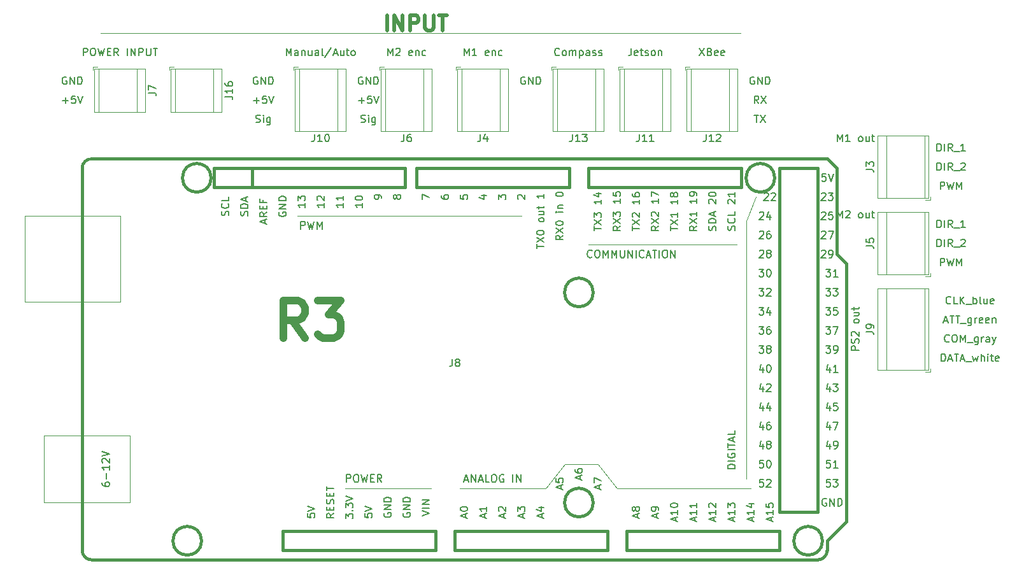
<source format=gto>
G04 #@! TF.GenerationSoftware,KiCad,Pcbnew,(5.1.6)-1*
G04 #@! TF.CreationDate,2020-08-23T14:34:22+05:30*
G04 #@! TF.ProjectId,PCB board,50434220-626f-4617-9264-2e6b69636164,rev?*
G04 #@! TF.SameCoordinates,Original*
G04 #@! TF.FileFunction,Legend,Top*
G04 #@! TF.FilePolarity,Positive*
%FSLAX46Y46*%
G04 Gerber Fmt 4.6, Leading zero omitted, Abs format (unit mm)*
G04 Created by KiCad (PCBNEW (5.1.6)-1) date 2020-08-23 14:34:22*
%MOMM*%
%LPD*%
G01*
G04 APERTURE LIST*
%ADD10C,0.120000*%
%ADD11C,0.500000*%
%ADD12C,0.150000*%
%ADD13C,0.381000*%
%ADD14C,1.000000*%
G04 APERTURE END LIST*
D10*
X99060000Y-52070000D02*
X184150000Y-52070000D01*
D11*
X137112857Y-51704761D02*
X137112857Y-49704761D01*
X138065238Y-51704761D02*
X138065238Y-49704761D01*
X139208095Y-51704761D01*
X139208095Y-49704761D01*
X140160476Y-51704761D02*
X140160476Y-49704761D01*
X140922380Y-49704761D01*
X141112857Y-49800000D01*
X141208095Y-49895238D01*
X141303333Y-50085714D01*
X141303333Y-50371428D01*
X141208095Y-50561904D01*
X141112857Y-50657142D01*
X140922380Y-50752380D01*
X140160476Y-50752380D01*
X142160476Y-49704761D02*
X142160476Y-51323809D01*
X142255714Y-51514285D01*
X142350952Y-51609523D01*
X142541428Y-51704761D01*
X142922380Y-51704761D01*
X143112857Y-51609523D01*
X143208095Y-51514285D01*
X143303333Y-51323809D01*
X143303333Y-49704761D01*
X143970000Y-49704761D02*
X145112857Y-49704761D01*
X144541428Y-51704761D02*
X144541428Y-49704761D01*
D12*
X199842380Y-94225714D02*
X198842380Y-94225714D01*
X198842380Y-93844761D01*
X198890000Y-93749523D01*
X198937619Y-93701904D01*
X199032857Y-93654285D01*
X199175714Y-93654285D01*
X199270952Y-93701904D01*
X199318571Y-93749523D01*
X199366190Y-93844761D01*
X199366190Y-94225714D01*
X199794761Y-93273333D02*
X199842380Y-93130476D01*
X199842380Y-92892380D01*
X199794761Y-92797142D01*
X199747142Y-92749523D01*
X199651904Y-92701904D01*
X199556666Y-92701904D01*
X199461428Y-92749523D01*
X199413809Y-92797142D01*
X199366190Y-92892380D01*
X199318571Y-93082857D01*
X199270952Y-93178095D01*
X199223333Y-93225714D01*
X199128095Y-93273333D01*
X199032857Y-93273333D01*
X198937619Y-93225714D01*
X198890000Y-93178095D01*
X198842380Y-93082857D01*
X198842380Y-92844761D01*
X198890000Y-92701904D01*
X198937619Y-92320952D02*
X198890000Y-92273333D01*
X198842380Y-92178095D01*
X198842380Y-91940000D01*
X198890000Y-91844761D01*
X198937619Y-91797142D01*
X199032857Y-91749523D01*
X199128095Y-91749523D01*
X199270952Y-91797142D01*
X199842380Y-92368571D01*
X199842380Y-91749523D01*
X199842380Y-90416190D02*
X199794761Y-90511428D01*
X199747142Y-90559047D01*
X199651904Y-90606666D01*
X199366190Y-90606666D01*
X199270952Y-90559047D01*
X199223333Y-90511428D01*
X199175714Y-90416190D01*
X199175714Y-90273333D01*
X199223333Y-90178095D01*
X199270952Y-90130476D01*
X199366190Y-90082857D01*
X199651904Y-90082857D01*
X199747142Y-90130476D01*
X199794761Y-90178095D01*
X199842380Y-90273333D01*
X199842380Y-90416190D01*
X199175714Y-89225714D02*
X199842380Y-89225714D01*
X199175714Y-89654285D02*
X199699523Y-89654285D01*
X199794761Y-89606666D01*
X199842380Y-89511428D01*
X199842380Y-89368571D01*
X199794761Y-89273333D01*
X199747142Y-89225714D01*
X199175714Y-88892380D02*
X199175714Y-88511428D01*
X198842380Y-88749523D02*
X199699523Y-88749523D01*
X199794761Y-88701904D01*
X199842380Y-88606666D01*
X199842380Y-88511428D01*
X155448095Y-57920000D02*
X155352857Y-57872380D01*
X155210000Y-57872380D01*
X155067142Y-57920000D01*
X154971904Y-58015238D01*
X154924285Y-58110476D01*
X154876666Y-58300952D01*
X154876666Y-58443809D01*
X154924285Y-58634285D01*
X154971904Y-58729523D01*
X155067142Y-58824761D01*
X155210000Y-58872380D01*
X155305238Y-58872380D01*
X155448095Y-58824761D01*
X155495714Y-58777142D01*
X155495714Y-58443809D01*
X155305238Y-58443809D01*
X155924285Y-58872380D02*
X155924285Y-57872380D01*
X156495714Y-58872380D01*
X156495714Y-57872380D01*
X156971904Y-58872380D02*
X156971904Y-57872380D01*
X157210000Y-57872380D01*
X157352857Y-57920000D01*
X157448095Y-58015238D01*
X157495714Y-58110476D01*
X157543333Y-58300952D01*
X157543333Y-58443809D01*
X157495714Y-58634285D01*
X157448095Y-58729523D01*
X157352857Y-58824761D01*
X157210000Y-58872380D01*
X156971904Y-58872380D01*
X133643809Y-63904761D02*
X133786666Y-63952380D01*
X134024761Y-63952380D01*
X134120000Y-63904761D01*
X134167619Y-63857142D01*
X134215238Y-63761904D01*
X134215238Y-63666666D01*
X134167619Y-63571428D01*
X134120000Y-63523809D01*
X134024761Y-63476190D01*
X133834285Y-63428571D01*
X133739047Y-63380952D01*
X133691428Y-63333333D01*
X133643809Y-63238095D01*
X133643809Y-63142857D01*
X133691428Y-63047619D01*
X133739047Y-63000000D01*
X133834285Y-62952380D01*
X134072380Y-62952380D01*
X134215238Y-63000000D01*
X134643809Y-63952380D02*
X134643809Y-63285714D01*
X134643809Y-62952380D02*
X134596190Y-63000000D01*
X134643809Y-63047619D01*
X134691428Y-63000000D01*
X134643809Y-62952380D01*
X134643809Y-63047619D01*
X135548571Y-63285714D02*
X135548571Y-64095238D01*
X135500952Y-64190476D01*
X135453333Y-64238095D01*
X135358095Y-64285714D01*
X135215238Y-64285714D01*
X135120000Y-64238095D01*
X135548571Y-63904761D02*
X135453333Y-63952380D01*
X135262857Y-63952380D01*
X135167619Y-63904761D01*
X135120000Y-63857142D01*
X135072380Y-63761904D01*
X135072380Y-63476190D01*
X135120000Y-63380952D01*
X135167619Y-63333333D01*
X135262857Y-63285714D01*
X135453333Y-63285714D01*
X135548571Y-63333333D01*
X133334285Y-61031428D02*
X134096190Y-61031428D01*
X133715238Y-61412380D02*
X133715238Y-60650476D01*
X135048571Y-60412380D02*
X134572380Y-60412380D01*
X134524761Y-60888571D01*
X134572380Y-60840952D01*
X134667619Y-60793333D01*
X134905714Y-60793333D01*
X135000952Y-60840952D01*
X135048571Y-60888571D01*
X135096190Y-60983809D01*
X135096190Y-61221904D01*
X135048571Y-61317142D01*
X135000952Y-61364761D01*
X134905714Y-61412380D01*
X134667619Y-61412380D01*
X134572380Y-61364761D01*
X134524761Y-61317142D01*
X135381904Y-60412380D02*
X135715238Y-61412380D01*
X136048571Y-60412380D01*
X133858095Y-57920000D02*
X133762857Y-57872380D01*
X133620000Y-57872380D01*
X133477142Y-57920000D01*
X133381904Y-58015238D01*
X133334285Y-58110476D01*
X133286666Y-58300952D01*
X133286666Y-58443809D01*
X133334285Y-58634285D01*
X133381904Y-58729523D01*
X133477142Y-58824761D01*
X133620000Y-58872380D01*
X133715238Y-58872380D01*
X133858095Y-58824761D01*
X133905714Y-58777142D01*
X133905714Y-58443809D01*
X133715238Y-58443809D01*
X134334285Y-58872380D02*
X134334285Y-57872380D01*
X134905714Y-58872380D01*
X134905714Y-57872380D01*
X135381904Y-58872380D02*
X135381904Y-57872380D01*
X135620000Y-57872380D01*
X135762857Y-57920000D01*
X135858095Y-58015238D01*
X135905714Y-58110476D01*
X135953333Y-58300952D01*
X135953333Y-58443809D01*
X135905714Y-58634285D01*
X135858095Y-58729523D01*
X135762857Y-58824761D01*
X135620000Y-58872380D01*
X135381904Y-58872380D01*
X210820476Y-95702380D02*
X210820476Y-94702380D01*
X211058571Y-94702380D01*
X211201428Y-94750000D01*
X211296666Y-94845238D01*
X211344285Y-94940476D01*
X211391904Y-95130952D01*
X211391904Y-95273809D01*
X211344285Y-95464285D01*
X211296666Y-95559523D01*
X211201428Y-95654761D01*
X211058571Y-95702380D01*
X210820476Y-95702380D01*
X211772857Y-95416666D02*
X212249047Y-95416666D01*
X211677619Y-95702380D02*
X212010952Y-94702380D01*
X212344285Y-95702380D01*
X212534761Y-94702380D02*
X213106190Y-94702380D01*
X212820476Y-95702380D02*
X212820476Y-94702380D01*
X213391904Y-95416666D02*
X213868095Y-95416666D01*
X213296666Y-95702380D02*
X213630000Y-94702380D01*
X213963333Y-95702380D01*
X214058571Y-95797619D02*
X214820476Y-95797619D01*
X214963333Y-95035714D02*
X215153809Y-95702380D01*
X215344285Y-95226190D01*
X215534761Y-95702380D01*
X215725238Y-95035714D01*
X216106190Y-95702380D02*
X216106190Y-94702380D01*
X216534761Y-95702380D02*
X216534761Y-95178571D01*
X216487142Y-95083333D01*
X216391904Y-95035714D01*
X216249047Y-95035714D01*
X216153809Y-95083333D01*
X216106190Y-95130952D01*
X217010952Y-95702380D02*
X217010952Y-95035714D01*
X217010952Y-94702380D02*
X216963333Y-94750000D01*
X217010952Y-94797619D01*
X217058571Y-94750000D01*
X217010952Y-94702380D01*
X217010952Y-94797619D01*
X217344285Y-95035714D02*
X217725238Y-95035714D01*
X217487142Y-94702380D02*
X217487142Y-95559523D01*
X217534761Y-95654761D01*
X217630000Y-95702380D01*
X217725238Y-95702380D01*
X218439523Y-95654761D02*
X218344285Y-95702380D01*
X218153809Y-95702380D01*
X218058571Y-95654761D01*
X218010952Y-95559523D01*
X218010952Y-95178571D01*
X218058571Y-95083333D01*
X218153809Y-95035714D01*
X218344285Y-95035714D01*
X218439523Y-95083333D01*
X218487142Y-95178571D01*
X218487142Y-95273809D01*
X218010952Y-95369047D01*
X211868095Y-93067142D02*
X211820476Y-93114761D01*
X211677619Y-93162380D01*
X211582380Y-93162380D01*
X211439523Y-93114761D01*
X211344285Y-93019523D01*
X211296666Y-92924285D01*
X211249047Y-92733809D01*
X211249047Y-92590952D01*
X211296666Y-92400476D01*
X211344285Y-92305238D01*
X211439523Y-92210000D01*
X211582380Y-92162380D01*
X211677619Y-92162380D01*
X211820476Y-92210000D01*
X211868095Y-92257619D01*
X212487142Y-92162380D02*
X212677619Y-92162380D01*
X212772857Y-92210000D01*
X212868095Y-92305238D01*
X212915714Y-92495714D01*
X212915714Y-92829047D01*
X212868095Y-93019523D01*
X212772857Y-93114761D01*
X212677619Y-93162380D01*
X212487142Y-93162380D01*
X212391904Y-93114761D01*
X212296666Y-93019523D01*
X212249047Y-92829047D01*
X212249047Y-92495714D01*
X212296666Y-92305238D01*
X212391904Y-92210000D01*
X212487142Y-92162380D01*
X213344285Y-93162380D02*
X213344285Y-92162380D01*
X213677619Y-92876666D01*
X214010952Y-92162380D01*
X214010952Y-93162380D01*
X214249047Y-93257619D02*
X215010952Y-93257619D01*
X215677619Y-92495714D02*
X215677619Y-93305238D01*
X215630000Y-93400476D01*
X215582380Y-93448095D01*
X215487142Y-93495714D01*
X215344285Y-93495714D01*
X215249047Y-93448095D01*
X215677619Y-93114761D02*
X215582380Y-93162380D01*
X215391904Y-93162380D01*
X215296666Y-93114761D01*
X215249047Y-93067142D01*
X215201428Y-92971904D01*
X215201428Y-92686190D01*
X215249047Y-92590952D01*
X215296666Y-92543333D01*
X215391904Y-92495714D01*
X215582380Y-92495714D01*
X215677619Y-92543333D01*
X216153809Y-93162380D02*
X216153809Y-92495714D01*
X216153809Y-92686190D02*
X216201428Y-92590952D01*
X216249047Y-92543333D01*
X216344285Y-92495714D01*
X216439523Y-92495714D01*
X217201428Y-93162380D02*
X217201428Y-92638571D01*
X217153809Y-92543333D01*
X217058571Y-92495714D01*
X216868095Y-92495714D01*
X216772857Y-92543333D01*
X217201428Y-93114761D02*
X217106190Y-93162380D01*
X216868095Y-93162380D01*
X216772857Y-93114761D01*
X216725238Y-93019523D01*
X216725238Y-92924285D01*
X216772857Y-92829047D01*
X216868095Y-92781428D01*
X217106190Y-92781428D01*
X217201428Y-92733809D01*
X217582380Y-92495714D02*
X217820476Y-93162380D01*
X218058571Y-92495714D02*
X217820476Y-93162380D01*
X217725238Y-93400476D01*
X217677619Y-93448095D01*
X217582380Y-93495714D01*
X211177619Y-90336666D02*
X211653809Y-90336666D01*
X211082380Y-90622380D02*
X211415714Y-89622380D01*
X211749047Y-90622380D01*
X211939523Y-89622380D02*
X212510952Y-89622380D01*
X212225238Y-90622380D02*
X212225238Y-89622380D01*
X212701428Y-89622380D02*
X213272857Y-89622380D01*
X212987142Y-90622380D02*
X212987142Y-89622380D01*
X213368095Y-90717619D02*
X214130000Y-90717619D01*
X214796666Y-89955714D02*
X214796666Y-90765238D01*
X214749047Y-90860476D01*
X214701428Y-90908095D01*
X214606190Y-90955714D01*
X214463333Y-90955714D01*
X214368095Y-90908095D01*
X214796666Y-90574761D02*
X214701428Y-90622380D01*
X214510952Y-90622380D01*
X214415714Y-90574761D01*
X214368095Y-90527142D01*
X214320476Y-90431904D01*
X214320476Y-90146190D01*
X214368095Y-90050952D01*
X214415714Y-90003333D01*
X214510952Y-89955714D01*
X214701428Y-89955714D01*
X214796666Y-90003333D01*
X215272857Y-90622380D02*
X215272857Y-89955714D01*
X215272857Y-90146190D02*
X215320476Y-90050952D01*
X215368095Y-90003333D01*
X215463333Y-89955714D01*
X215558571Y-89955714D01*
X216272857Y-90574761D02*
X216177619Y-90622380D01*
X215987142Y-90622380D01*
X215891904Y-90574761D01*
X215844285Y-90479523D01*
X215844285Y-90098571D01*
X215891904Y-90003333D01*
X215987142Y-89955714D01*
X216177619Y-89955714D01*
X216272857Y-90003333D01*
X216320476Y-90098571D01*
X216320476Y-90193809D01*
X215844285Y-90289047D01*
X217130000Y-90574761D02*
X217034761Y-90622380D01*
X216844285Y-90622380D01*
X216749047Y-90574761D01*
X216701428Y-90479523D01*
X216701428Y-90098571D01*
X216749047Y-90003333D01*
X216844285Y-89955714D01*
X217034761Y-89955714D01*
X217130000Y-90003333D01*
X217177619Y-90098571D01*
X217177619Y-90193809D01*
X216701428Y-90289047D01*
X217606190Y-89955714D02*
X217606190Y-90622380D01*
X217606190Y-90050952D02*
X217653809Y-90003333D01*
X217749047Y-89955714D01*
X217891904Y-89955714D01*
X217987142Y-90003333D01*
X218034761Y-90098571D01*
X218034761Y-90622380D01*
X212058571Y-87987142D02*
X212010952Y-88034761D01*
X211868095Y-88082380D01*
X211772857Y-88082380D01*
X211630000Y-88034761D01*
X211534761Y-87939523D01*
X211487142Y-87844285D01*
X211439523Y-87653809D01*
X211439523Y-87510952D01*
X211487142Y-87320476D01*
X211534761Y-87225238D01*
X211630000Y-87130000D01*
X211772857Y-87082380D01*
X211868095Y-87082380D01*
X212010952Y-87130000D01*
X212058571Y-87177619D01*
X212963333Y-88082380D02*
X212487142Y-88082380D01*
X212487142Y-87082380D01*
X213296666Y-88082380D02*
X213296666Y-87082380D01*
X213868095Y-88082380D02*
X213439523Y-87510952D01*
X213868095Y-87082380D02*
X213296666Y-87653809D01*
X214058571Y-88177619D02*
X214820476Y-88177619D01*
X215058571Y-88082380D02*
X215058571Y-87082380D01*
X215058571Y-87463333D02*
X215153809Y-87415714D01*
X215344285Y-87415714D01*
X215439523Y-87463333D01*
X215487142Y-87510952D01*
X215534761Y-87606190D01*
X215534761Y-87891904D01*
X215487142Y-87987142D01*
X215439523Y-88034761D01*
X215344285Y-88082380D01*
X215153809Y-88082380D01*
X215058571Y-88034761D01*
X216106190Y-88082380D02*
X216010952Y-88034761D01*
X215963333Y-87939523D01*
X215963333Y-87082380D01*
X216915714Y-87415714D02*
X216915714Y-88082380D01*
X216487142Y-87415714D02*
X216487142Y-87939523D01*
X216534761Y-88034761D01*
X216630000Y-88082380D01*
X216772857Y-88082380D01*
X216868095Y-88034761D01*
X216915714Y-87987142D01*
X217772857Y-88034761D02*
X217677619Y-88082380D01*
X217487142Y-88082380D01*
X217391904Y-88034761D01*
X217344285Y-87939523D01*
X217344285Y-87558571D01*
X217391904Y-87463333D01*
X217487142Y-87415714D01*
X217677619Y-87415714D01*
X217772857Y-87463333D01*
X217820476Y-87558571D01*
X217820476Y-87653809D01*
X217344285Y-87749047D01*
X210685238Y-83002380D02*
X210685238Y-82002380D01*
X211066190Y-82002380D01*
X211161428Y-82050000D01*
X211209047Y-82097619D01*
X211256666Y-82192857D01*
X211256666Y-82335714D01*
X211209047Y-82430952D01*
X211161428Y-82478571D01*
X211066190Y-82526190D01*
X210685238Y-82526190D01*
X211590000Y-82002380D02*
X211828095Y-83002380D01*
X212018571Y-82288095D01*
X212209047Y-83002380D01*
X212447142Y-82002380D01*
X212828095Y-83002380D02*
X212828095Y-82002380D01*
X213161428Y-82716666D01*
X213494761Y-82002380D01*
X213494761Y-83002380D01*
X210232857Y-80462380D02*
X210232857Y-79462380D01*
X210470952Y-79462380D01*
X210613809Y-79510000D01*
X210709047Y-79605238D01*
X210756666Y-79700476D01*
X210804285Y-79890952D01*
X210804285Y-80033809D01*
X210756666Y-80224285D01*
X210709047Y-80319523D01*
X210613809Y-80414761D01*
X210470952Y-80462380D01*
X210232857Y-80462380D01*
X211232857Y-80462380D02*
X211232857Y-79462380D01*
X212280476Y-80462380D02*
X211947142Y-79986190D01*
X211709047Y-80462380D02*
X211709047Y-79462380D01*
X212090000Y-79462380D01*
X212185238Y-79510000D01*
X212232857Y-79557619D01*
X212280476Y-79652857D01*
X212280476Y-79795714D01*
X212232857Y-79890952D01*
X212185238Y-79938571D01*
X212090000Y-79986190D01*
X211709047Y-79986190D01*
X212470952Y-80557619D02*
X213232857Y-80557619D01*
X213423333Y-79557619D02*
X213470952Y-79510000D01*
X213566190Y-79462380D01*
X213804285Y-79462380D01*
X213899523Y-79510000D01*
X213947142Y-79557619D01*
X213994761Y-79652857D01*
X213994761Y-79748095D01*
X213947142Y-79890952D01*
X213375714Y-80462380D01*
X213994761Y-80462380D01*
X210232857Y-77922380D02*
X210232857Y-76922380D01*
X210470952Y-76922380D01*
X210613809Y-76970000D01*
X210709047Y-77065238D01*
X210756666Y-77160476D01*
X210804285Y-77350952D01*
X210804285Y-77493809D01*
X210756666Y-77684285D01*
X210709047Y-77779523D01*
X210613809Y-77874761D01*
X210470952Y-77922380D01*
X210232857Y-77922380D01*
X211232857Y-77922380D02*
X211232857Y-76922380D01*
X212280476Y-77922380D02*
X211947142Y-77446190D01*
X211709047Y-77922380D02*
X211709047Y-76922380D01*
X212090000Y-76922380D01*
X212185238Y-76970000D01*
X212232857Y-77017619D01*
X212280476Y-77112857D01*
X212280476Y-77255714D01*
X212232857Y-77350952D01*
X212185238Y-77398571D01*
X212090000Y-77446190D01*
X211709047Y-77446190D01*
X212470952Y-78017619D02*
X213232857Y-78017619D01*
X213994761Y-77922380D02*
X213423333Y-77922380D01*
X213709047Y-77922380D02*
X213709047Y-76922380D01*
X213613809Y-77065238D01*
X213518571Y-77160476D01*
X213423333Y-77208095D01*
X210685238Y-72842380D02*
X210685238Y-71842380D01*
X211066190Y-71842380D01*
X211161428Y-71890000D01*
X211209047Y-71937619D01*
X211256666Y-72032857D01*
X211256666Y-72175714D01*
X211209047Y-72270952D01*
X211161428Y-72318571D01*
X211066190Y-72366190D01*
X210685238Y-72366190D01*
X211590000Y-71842380D02*
X211828095Y-72842380D01*
X212018571Y-72128095D01*
X212209047Y-72842380D01*
X212447142Y-71842380D01*
X212828095Y-72842380D02*
X212828095Y-71842380D01*
X213161428Y-72556666D01*
X213494761Y-71842380D01*
X213494761Y-72842380D01*
X210232857Y-70302380D02*
X210232857Y-69302380D01*
X210470952Y-69302380D01*
X210613809Y-69350000D01*
X210709047Y-69445238D01*
X210756666Y-69540476D01*
X210804285Y-69730952D01*
X210804285Y-69873809D01*
X210756666Y-70064285D01*
X210709047Y-70159523D01*
X210613809Y-70254761D01*
X210470952Y-70302380D01*
X210232857Y-70302380D01*
X211232857Y-70302380D02*
X211232857Y-69302380D01*
X212280476Y-70302380D02*
X211947142Y-69826190D01*
X211709047Y-70302380D02*
X211709047Y-69302380D01*
X212090000Y-69302380D01*
X212185238Y-69350000D01*
X212232857Y-69397619D01*
X212280476Y-69492857D01*
X212280476Y-69635714D01*
X212232857Y-69730952D01*
X212185238Y-69778571D01*
X212090000Y-69826190D01*
X211709047Y-69826190D01*
X212470952Y-70397619D02*
X213232857Y-70397619D01*
X213423333Y-69397619D02*
X213470952Y-69350000D01*
X213566190Y-69302380D01*
X213804285Y-69302380D01*
X213899523Y-69350000D01*
X213947142Y-69397619D01*
X213994761Y-69492857D01*
X213994761Y-69588095D01*
X213947142Y-69730952D01*
X213375714Y-70302380D01*
X213994761Y-70302380D01*
X210232857Y-67762380D02*
X210232857Y-66762380D01*
X210470952Y-66762380D01*
X210613809Y-66810000D01*
X210709047Y-66905238D01*
X210756666Y-67000476D01*
X210804285Y-67190952D01*
X210804285Y-67333809D01*
X210756666Y-67524285D01*
X210709047Y-67619523D01*
X210613809Y-67714761D01*
X210470952Y-67762380D01*
X210232857Y-67762380D01*
X211232857Y-67762380D02*
X211232857Y-66762380D01*
X212280476Y-67762380D02*
X211947142Y-67286190D01*
X211709047Y-67762380D02*
X211709047Y-66762380D01*
X212090000Y-66762380D01*
X212185238Y-66810000D01*
X212232857Y-66857619D01*
X212280476Y-66952857D01*
X212280476Y-67095714D01*
X212232857Y-67190952D01*
X212185238Y-67238571D01*
X212090000Y-67286190D01*
X211709047Y-67286190D01*
X212470952Y-67857619D02*
X213232857Y-67857619D01*
X213994761Y-67762380D02*
X213423333Y-67762380D01*
X213709047Y-67762380D02*
X213709047Y-66762380D01*
X213613809Y-66905238D01*
X213518571Y-67000476D01*
X213423333Y-67048095D01*
X197009047Y-76652380D02*
X197009047Y-75652380D01*
X197342380Y-76366666D01*
X197675714Y-75652380D01*
X197675714Y-76652380D01*
X198104285Y-75747619D02*
X198151904Y-75700000D01*
X198247142Y-75652380D01*
X198485238Y-75652380D01*
X198580476Y-75700000D01*
X198628095Y-75747619D01*
X198675714Y-75842857D01*
X198675714Y-75938095D01*
X198628095Y-76080952D01*
X198056666Y-76652380D01*
X198675714Y-76652380D01*
X200009047Y-76652380D02*
X199913809Y-76604761D01*
X199866190Y-76557142D01*
X199818571Y-76461904D01*
X199818571Y-76176190D01*
X199866190Y-76080952D01*
X199913809Y-76033333D01*
X200009047Y-75985714D01*
X200151904Y-75985714D01*
X200247142Y-76033333D01*
X200294761Y-76080952D01*
X200342380Y-76176190D01*
X200342380Y-76461904D01*
X200294761Y-76557142D01*
X200247142Y-76604761D01*
X200151904Y-76652380D01*
X200009047Y-76652380D01*
X201199523Y-75985714D02*
X201199523Y-76652380D01*
X200770952Y-75985714D02*
X200770952Y-76509523D01*
X200818571Y-76604761D01*
X200913809Y-76652380D01*
X201056666Y-76652380D01*
X201151904Y-76604761D01*
X201199523Y-76557142D01*
X201532857Y-75985714D02*
X201913809Y-75985714D01*
X201675714Y-75652380D02*
X201675714Y-76509523D01*
X201723333Y-76604761D01*
X201818571Y-76652380D01*
X201913809Y-76652380D01*
X197009047Y-66492380D02*
X197009047Y-65492380D01*
X197342380Y-66206666D01*
X197675714Y-65492380D01*
X197675714Y-66492380D01*
X198675714Y-66492380D02*
X198104285Y-66492380D01*
X198390000Y-66492380D02*
X198390000Y-65492380D01*
X198294761Y-65635238D01*
X198199523Y-65730476D01*
X198104285Y-65778095D01*
X200009047Y-66492380D02*
X199913809Y-66444761D01*
X199866190Y-66397142D01*
X199818571Y-66301904D01*
X199818571Y-66016190D01*
X199866190Y-65920952D01*
X199913809Y-65873333D01*
X200009047Y-65825714D01*
X200151904Y-65825714D01*
X200247142Y-65873333D01*
X200294761Y-65920952D01*
X200342380Y-66016190D01*
X200342380Y-66301904D01*
X200294761Y-66397142D01*
X200247142Y-66444761D01*
X200151904Y-66492380D01*
X200009047Y-66492380D01*
X201199523Y-65825714D02*
X201199523Y-66492380D01*
X200770952Y-65825714D02*
X200770952Y-66349523D01*
X200818571Y-66444761D01*
X200913809Y-66492380D01*
X201056666Y-66492380D01*
X201151904Y-66444761D01*
X201199523Y-66397142D01*
X201532857Y-65825714D02*
X201913809Y-65825714D01*
X201675714Y-65492380D02*
X201675714Y-66349523D01*
X201723333Y-66444761D01*
X201818571Y-66492380D01*
X201913809Y-66492380D01*
X178649523Y-54062380D02*
X179316190Y-55062380D01*
X179316190Y-54062380D02*
X178649523Y-55062380D01*
X180030476Y-54538571D02*
X180173333Y-54586190D01*
X180220952Y-54633809D01*
X180268571Y-54729047D01*
X180268571Y-54871904D01*
X180220952Y-54967142D01*
X180173333Y-55014761D01*
X180078095Y-55062380D01*
X179697142Y-55062380D01*
X179697142Y-54062380D01*
X180030476Y-54062380D01*
X180125714Y-54110000D01*
X180173333Y-54157619D01*
X180220952Y-54252857D01*
X180220952Y-54348095D01*
X180173333Y-54443333D01*
X180125714Y-54490952D01*
X180030476Y-54538571D01*
X179697142Y-54538571D01*
X181078095Y-55014761D02*
X180982857Y-55062380D01*
X180792380Y-55062380D01*
X180697142Y-55014761D01*
X180649523Y-54919523D01*
X180649523Y-54538571D01*
X180697142Y-54443333D01*
X180792380Y-54395714D01*
X180982857Y-54395714D01*
X181078095Y-54443333D01*
X181125714Y-54538571D01*
X181125714Y-54633809D01*
X180649523Y-54729047D01*
X181935238Y-55014761D02*
X181840000Y-55062380D01*
X181649523Y-55062380D01*
X181554285Y-55014761D01*
X181506666Y-54919523D01*
X181506666Y-54538571D01*
X181554285Y-54443333D01*
X181649523Y-54395714D01*
X181840000Y-54395714D01*
X181935238Y-54443333D01*
X181982857Y-54538571D01*
X181982857Y-54633809D01*
X181506666Y-54729047D01*
X169569047Y-54062380D02*
X169569047Y-54776666D01*
X169521428Y-54919523D01*
X169426190Y-55014761D01*
X169283333Y-55062380D01*
X169188095Y-55062380D01*
X170426190Y-55014761D02*
X170330952Y-55062380D01*
X170140476Y-55062380D01*
X170045238Y-55014761D01*
X169997619Y-54919523D01*
X169997619Y-54538571D01*
X170045238Y-54443333D01*
X170140476Y-54395714D01*
X170330952Y-54395714D01*
X170426190Y-54443333D01*
X170473809Y-54538571D01*
X170473809Y-54633809D01*
X169997619Y-54729047D01*
X170759523Y-54395714D02*
X171140476Y-54395714D01*
X170902380Y-54062380D02*
X170902380Y-54919523D01*
X170950000Y-55014761D01*
X171045238Y-55062380D01*
X171140476Y-55062380D01*
X171426190Y-55014761D02*
X171521428Y-55062380D01*
X171711904Y-55062380D01*
X171807142Y-55014761D01*
X171854761Y-54919523D01*
X171854761Y-54871904D01*
X171807142Y-54776666D01*
X171711904Y-54729047D01*
X171569047Y-54729047D01*
X171473809Y-54681428D01*
X171426190Y-54586190D01*
X171426190Y-54538571D01*
X171473809Y-54443333D01*
X171569047Y-54395714D01*
X171711904Y-54395714D01*
X171807142Y-54443333D01*
X172426190Y-55062380D02*
X172330952Y-55014761D01*
X172283333Y-54967142D01*
X172235714Y-54871904D01*
X172235714Y-54586190D01*
X172283333Y-54490952D01*
X172330952Y-54443333D01*
X172426190Y-54395714D01*
X172569047Y-54395714D01*
X172664285Y-54443333D01*
X172711904Y-54490952D01*
X172759523Y-54586190D01*
X172759523Y-54871904D01*
X172711904Y-54967142D01*
X172664285Y-55014761D01*
X172569047Y-55062380D01*
X172426190Y-55062380D01*
X173188095Y-54395714D02*
X173188095Y-55062380D01*
X173188095Y-54490952D02*
X173235714Y-54443333D01*
X173330952Y-54395714D01*
X173473809Y-54395714D01*
X173569047Y-54443333D01*
X173616666Y-54538571D01*
X173616666Y-55062380D01*
X160036190Y-54967142D02*
X159988571Y-55014761D01*
X159845714Y-55062380D01*
X159750476Y-55062380D01*
X159607619Y-55014761D01*
X159512380Y-54919523D01*
X159464761Y-54824285D01*
X159417142Y-54633809D01*
X159417142Y-54490952D01*
X159464761Y-54300476D01*
X159512380Y-54205238D01*
X159607619Y-54110000D01*
X159750476Y-54062380D01*
X159845714Y-54062380D01*
X159988571Y-54110000D01*
X160036190Y-54157619D01*
X160607619Y-55062380D02*
X160512380Y-55014761D01*
X160464761Y-54967142D01*
X160417142Y-54871904D01*
X160417142Y-54586190D01*
X160464761Y-54490952D01*
X160512380Y-54443333D01*
X160607619Y-54395714D01*
X160750476Y-54395714D01*
X160845714Y-54443333D01*
X160893333Y-54490952D01*
X160940952Y-54586190D01*
X160940952Y-54871904D01*
X160893333Y-54967142D01*
X160845714Y-55014761D01*
X160750476Y-55062380D01*
X160607619Y-55062380D01*
X161369523Y-55062380D02*
X161369523Y-54395714D01*
X161369523Y-54490952D02*
X161417142Y-54443333D01*
X161512380Y-54395714D01*
X161655238Y-54395714D01*
X161750476Y-54443333D01*
X161798095Y-54538571D01*
X161798095Y-55062380D01*
X161798095Y-54538571D02*
X161845714Y-54443333D01*
X161940952Y-54395714D01*
X162083809Y-54395714D01*
X162179047Y-54443333D01*
X162226666Y-54538571D01*
X162226666Y-55062380D01*
X162702857Y-54395714D02*
X162702857Y-55395714D01*
X162702857Y-54443333D02*
X162798095Y-54395714D01*
X162988571Y-54395714D01*
X163083809Y-54443333D01*
X163131428Y-54490952D01*
X163179047Y-54586190D01*
X163179047Y-54871904D01*
X163131428Y-54967142D01*
X163083809Y-55014761D01*
X162988571Y-55062380D01*
X162798095Y-55062380D01*
X162702857Y-55014761D01*
X164036190Y-55062380D02*
X164036190Y-54538571D01*
X163988571Y-54443333D01*
X163893333Y-54395714D01*
X163702857Y-54395714D01*
X163607619Y-54443333D01*
X164036190Y-55014761D02*
X163940952Y-55062380D01*
X163702857Y-55062380D01*
X163607619Y-55014761D01*
X163560000Y-54919523D01*
X163560000Y-54824285D01*
X163607619Y-54729047D01*
X163702857Y-54681428D01*
X163940952Y-54681428D01*
X164036190Y-54633809D01*
X164464761Y-55014761D02*
X164560000Y-55062380D01*
X164750476Y-55062380D01*
X164845714Y-55014761D01*
X164893333Y-54919523D01*
X164893333Y-54871904D01*
X164845714Y-54776666D01*
X164750476Y-54729047D01*
X164607619Y-54729047D01*
X164512380Y-54681428D01*
X164464761Y-54586190D01*
X164464761Y-54538571D01*
X164512380Y-54443333D01*
X164607619Y-54395714D01*
X164750476Y-54395714D01*
X164845714Y-54443333D01*
X165274285Y-55014761D02*
X165369523Y-55062380D01*
X165560000Y-55062380D01*
X165655238Y-55014761D01*
X165702857Y-54919523D01*
X165702857Y-54871904D01*
X165655238Y-54776666D01*
X165560000Y-54729047D01*
X165417142Y-54729047D01*
X165321904Y-54681428D01*
X165274285Y-54586190D01*
X165274285Y-54538571D01*
X165321904Y-54443333D01*
X165417142Y-54395714D01*
X165560000Y-54395714D01*
X165655238Y-54443333D01*
X147360000Y-55062380D02*
X147360000Y-54062380D01*
X147693333Y-54776666D01*
X148026666Y-54062380D01*
X148026666Y-55062380D01*
X149026666Y-55062380D02*
X148455238Y-55062380D01*
X148740952Y-55062380D02*
X148740952Y-54062380D01*
X148645714Y-54205238D01*
X148550476Y-54300476D01*
X148455238Y-54348095D01*
X150598095Y-55014761D02*
X150502857Y-55062380D01*
X150312380Y-55062380D01*
X150217142Y-55014761D01*
X150169523Y-54919523D01*
X150169523Y-54538571D01*
X150217142Y-54443333D01*
X150312380Y-54395714D01*
X150502857Y-54395714D01*
X150598095Y-54443333D01*
X150645714Y-54538571D01*
X150645714Y-54633809D01*
X150169523Y-54729047D01*
X151074285Y-54395714D02*
X151074285Y-55062380D01*
X151074285Y-54490952D02*
X151121904Y-54443333D01*
X151217142Y-54395714D01*
X151360000Y-54395714D01*
X151455238Y-54443333D01*
X151502857Y-54538571D01*
X151502857Y-55062380D01*
X152407619Y-55014761D02*
X152312380Y-55062380D01*
X152121904Y-55062380D01*
X152026666Y-55014761D01*
X151979047Y-54967142D01*
X151931428Y-54871904D01*
X151931428Y-54586190D01*
X151979047Y-54490952D01*
X152026666Y-54443333D01*
X152121904Y-54395714D01*
X152312380Y-54395714D01*
X152407619Y-54443333D01*
X137200000Y-55062380D02*
X137200000Y-54062380D01*
X137533333Y-54776666D01*
X137866666Y-54062380D01*
X137866666Y-55062380D01*
X138295238Y-54157619D02*
X138342857Y-54110000D01*
X138438095Y-54062380D01*
X138676190Y-54062380D01*
X138771428Y-54110000D01*
X138819047Y-54157619D01*
X138866666Y-54252857D01*
X138866666Y-54348095D01*
X138819047Y-54490952D01*
X138247619Y-55062380D01*
X138866666Y-55062380D01*
X140438095Y-55014761D02*
X140342857Y-55062380D01*
X140152380Y-55062380D01*
X140057142Y-55014761D01*
X140009523Y-54919523D01*
X140009523Y-54538571D01*
X140057142Y-54443333D01*
X140152380Y-54395714D01*
X140342857Y-54395714D01*
X140438095Y-54443333D01*
X140485714Y-54538571D01*
X140485714Y-54633809D01*
X140009523Y-54729047D01*
X140914285Y-54395714D02*
X140914285Y-55062380D01*
X140914285Y-54490952D02*
X140961904Y-54443333D01*
X141057142Y-54395714D01*
X141200000Y-54395714D01*
X141295238Y-54443333D01*
X141342857Y-54538571D01*
X141342857Y-55062380D01*
X142247619Y-55014761D02*
X142152380Y-55062380D01*
X141961904Y-55062380D01*
X141866666Y-55014761D01*
X141819047Y-54967142D01*
X141771428Y-54871904D01*
X141771428Y-54586190D01*
X141819047Y-54490952D01*
X141866666Y-54443333D01*
X141961904Y-54395714D01*
X142152380Y-54395714D01*
X142247619Y-54443333D01*
X123722380Y-55062380D02*
X123722380Y-54062380D01*
X124055714Y-54776666D01*
X124389047Y-54062380D01*
X124389047Y-55062380D01*
X125293809Y-55062380D02*
X125293809Y-54538571D01*
X125246190Y-54443333D01*
X125150952Y-54395714D01*
X124960476Y-54395714D01*
X124865238Y-54443333D01*
X125293809Y-55014761D02*
X125198571Y-55062380D01*
X124960476Y-55062380D01*
X124865238Y-55014761D01*
X124817619Y-54919523D01*
X124817619Y-54824285D01*
X124865238Y-54729047D01*
X124960476Y-54681428D01*
X125198571Y-54681428D01*
X125293809Y-54633809D01*
X125770000Y-54395714D02*
X125770000Y-55062380D01*
X125770000Y-54490952D02*
X125817619Y-54443333D01*
X125912857Y-54395714D01*
X126055714Y-54395714D01*
X126150952Y-54443333D01*
X126198571Y-54538571D01*
X126198571Y-55062380D01*
X127103333Y-54395714D02*
X127103333Y-55062380D01*
X126674761Y-54395714D02*
X126674761Y-54919523D01*
X126722380Y-55014761D01*
X126817619Y-55062380D01*
X126960476Y-55062380D01*
X127055714Y-55014761D01*
X127103333Y-54967142D01*
X128008095Y-55062380D02*
X128008095Y-54538571D01*
X127960476Y-54443333D01*
X127865238Y-54395714D01*
X127674761Y-54395714D01*
X127579523Y-54443333D01*
X128008095Y-55014761D02*
X127912857Y-55062380D01*
X127674761Y-55062380D01*
X127579523Y-55014761D01*
X127531904Y-54919523D01*
X127531904Y-54824285D01*
X127579523Y-54729047D01*
X127674761Y-54681428D01*
X127912857Y-54681428D01*
X128008095Y-54633809D01*
X128627142Y-55062380D02*
X128531904Y-55014761D01*
X128484285Y-54919523D01*
X128484285Y-54062380D01*
X129722380Y-54014761D02*
X128865238Y-55300476D01*
X130008095Y-54776666D02*
X130484285Y-54776666D01*
X129912857Y-55062380D02*
X130246190Y-54062380D01*
X130579523Y-55062380D01*
X131341428Y-54395714D02*
X131341428Y-55062380D01*
X130912857Y-54395714D02*
X130912857Y-54919523D01*
X130960476Y-55014761D01*
X131055714Y-55062380D01*
X131198571Y-55062380D01*
X131293809Y-55014761D01*
X131341428Y-54967142D01*
X131674761Y-54395714D02*
X132055714Y-54395714D01*
X131817619Y-54062380D02*
X131817619Y-54919523D01*
X131865238Y-55014761D01*
X131960476Y-55062380D01*
X132055714Y-55062380D01*
X132531904Y-55062380D02*
X132436666Y-55014761D01*
X132389047Y-54967142D01*
X132341428Y-54871904D01*
X132341428Y-54586190D01*
X132389047Y-54490952D01*
X132436666Y-54443333D01*
X132531904Y-54395714D01*
X132674761Y-54395714D01*
X132770000Y-54443333D01*
X132817619Y-54490952D01*
X132865238Y-54586190D01*
X132865238Y-54871904D01*
X132817619Y-54967142D01*
X132770000Y-55014761D01*
X132674761Y-55062380D01*
X132531904Y-55062380D01*
X96742857Y-55062380D02*
X96742857Y-54062380D01*
X97123809Y-54062380D01*
X97219047Y-54110000D01*
X97266666Y-54157619D01*
X97314285Y-54252857D01*
X97314285Y-54395714D01*
X97266666Y-54490952D01*
X97219047Y-54538571D01*
X97123809Y-54586190D01*
X96742857Y-54586190D01*
X97933333Y-54062380D02*
X98123809Y-54062380D01*
X98219047Y-54110000D01*
X98314285Y-54205238D01*
X98361904Y-54395714D01*
X98361904Y-54729047D01*
X98314285Y-54919523D01*
X98219047Y-55014761D01*
X98123809Y-55062380D01*
X97933333Y-55062380D01*
X97838095Y-55014761D01*
X97742857Y-54919523D01*
X97695238Y-54729047D01*
X97695238Y-54395714D01*
X97742857Y-54205238D01*
X97838095Y-54110000D01*
X97933333Y-54062380D01*
X98695238Y-54062380D02*
X98933333Y-55062380D01*
X99123809Y-54348095D01*
X99314285Y-55062380D01*
X99552380Y-54062380D01*
X99933333Y-54538571D02*
X100266666Y-54538571D01*
X100409523Y-55062380D02*
X99933333Y-55062380D01*
X99933333Y-54062380D01*
X100409523Y-54062380D01*
X101409523Y-55062380D02*
X101076190Y-54586190D01*
X100838095Y-55062380D02*
X100838095Y-54062380D01*
X101219047Y-54062380D01*
X101314285Y-54110000D01*
X101361904Y-54157619D01*
X101409523Y-54252857D01*
X101409523Y-54395714D01*
X101361904Y-54490952D01*
X101314285Y-54538571D01*
X101219047Y-54586190D01*
X100838095Y-54586190D01*
X102600000Y-55062380D02*
X102600000Y-54062380D01*
X103076190Y-55062380D02*
X103076190Y-54062380D01*
X103647619Y-55062380D01*
X103647619Y-54062380D01*
X104123809Y-55062380D02*
X104123809Y-54062380D01*
X104504761Y-54062380D01*
X104600000Y-54110000D01*
X104647619Y-54157619D01*
X104695238Y-54252857D01*
X104695238Y-54395714D01*
X104647619Y-54490952D01*
X104600000Y-54538571D01*
X104504761Y-54586190D01*
X104123809Y-54586190D01*
X105123809Y-54062380D02*
X105123809Y-54871904D01*
X105171428Y-54967142D01*
X105219047Y-55014761D01*
X105314285Y-55062380D01*
X105504761Y-55062380D01*
X105600000Y-55014761D01*
X105647619Y-54967142D01*
X105695238Y-54871904D01*
X105695238Y-54062380D01*
X106028571Y-54062380D02*
X106600000Y-54062380D01*
X106314285Y-55062380D02*
X106314285Y-54062380D01*
X94488095Y-57920000D02*
X94392857Y-57872380D01*
X94250000Y-57872380D01*
X94107142Y-57920000D01*
X94011904Y-58015238D01*
X93964285Y-58110476D01*
X93916666Y-58300952D01*
X93916666Y-58443809D01*
X93964285Y-58634285D01*
X94011904Y-58729523D01*
X94107142Y-58824761D01*
X94250000Y-58872380D01*
X94345238Y-58872380D01*
X94488095Y-58824761D01*
X94535714Y-58777142D01*
X94535714Y-58443809D01*
X94345238Y-58443809D01*
X94964285Y-58872380D02*
X94964285Y-57872380D01*
X95535714Y-58872380D01*
X95535714Y-57872380D01*
X96011904Y-58872380D02*
X96011904Y-57872380D01*
X96250000Y-57872380D01*
X96392857Y-57920000D01*
X96488095Y-58015238D01*
X96535714Y-58110476D01*
X96583333Y-58300952D01*
X96583333Y-58443809D01*
X96535714Y-58634285D01*
X96488095Y-58729523D01*
X96392857Y-58824761D01*
X96250000Y-58872380D01*
X96011904Y-58872380D01*
X93964285Y-61031428D02*
X94726190Y-61031428D01*
X94345238Y-61412380D02*
X94345238Y-60650476D01*
X95678571Y-60412380D02*
X95202380Y-60412380D01*
X95154761Y-60888571D01*
X95202380Y-60840952D01*
X95297619Y-60793333D01*
X95535714Y-60793333D01*
X95630952Y-60840952D01*
X95678571Y-60888571D01*
X95726190Y-60983809D01*
X95726190Y-61221904D01*
X95678571Y-61317142D01*
X95630952Y-61364761D01*
X95535714Y-61412380D01*
X95297619Y-61412380D01*
X95202380Y-61364761D01*
X95154761Y-61317142D01*
X96011904Y-60412380D02*
X96345238Y-61412380D01*
X96678571Y-60412380D01*
X119888095Y-57920000D02*
X119792857Y-57872380D01*
X119650000Y-57872380D01*
X119507142Y-57920000D01*
X119411904Y-58015238D01*
X119364285Y-58110476D01*
X119316666Y-58300952D01*
X119316666Y-58443809D01*
X119364285Y-58634285D01*
X119411904Y-58729523D01*
X119507142Y-58824761D01*
X119650000Y-58872380D01*
X119745238Y-58872380D01*
X119888095Y-58824761D01*
X119935714Y-58777142D01*
X119935714Y-58443809D01*
X119745238Y-58443809D01*
X120364285Y-58872380D02*
X120364285Y-57872380D01*
X120935714Y-58872380D01*
X120935714Y-57872380D01*
X121411904Y-58872380D02*
X121411904Y-57872380D01*
X121650000Y-57872380D01*
X121792857Y-57920000D01*
X121888095Y-58015238D01*
X121935714Y-58110476D01*
X121983333Y-58300952D01*
X121983333Y-58443809D01*
X121935714Y-58634285D01*
X121888095Y-58729523D01*
X121792857Y-58824761D01*
X121650000Y-58872380D01*
X121411904Y-58872380D01*
X119364285Y-61031428D02*
X120126190Y-61031428D01*
X119745238Y-61412380D02*
X119745238Y-60650476D01*
X121078571Y-60412380D02*
X120602380Y-60412380D01*
X120554761Y-60888571D01*
X120602380Y-60840952D01*
X120697619Y-60793333D01*
X120935714Y-60793333D01*
X121030952Y-60840952D01*
X121078571Y-60888571D01*
X121126190Y-60983809D01*
X121126190Y-61221904D01*
X121078571Y-61317142D01*
X121030952Y-61364761D01*
X120935714Y-61412380D01*
X120697619Y-61412380D01*
X120602380Y-61364761D01*
X120554761Y-61317142D01*
X121411904Y-60412380D02*
X121745238Y-61412380D01*
X122078571Y-60412380D01*
X119673809Y-63904761D02*
X119816666Y-63952380D01*
X120054761Y-63952380D01*
X120150000Y-63904761D01*
X120197619Y-63857142D01*
X120245238Y-63761904D01*
X120245238Y-63666666D01*
X120197619Y-63571428D01*
X120150000Y-63523809D01*
X120054761Y-63476190D01*
X119864285Y-63428571D01*
X119769047Y-63380952D01*
X119721428Y-63333333D01*
X119673809Y-63238095D01*
X119673809Y-63142857D01*
X119721428Y-63047619D01*
X119769047Y-63000000D01*
X119864285Y-62952380D01*
X120102380Y-62952380D01*
X120245238Y-63000000D01*
X120673809Y-63952380D02*
X120673809Y-63285714D01*
X120673809Y-62952380D02*
X120626190Y-63000000D01*
X120673809Y-63047619D01*
X120721428Y-63000000D01*
X120673809Y-62952380D01*
X120673809Y-63047619D01*
X121578571Y-63285714D02*
X121578571Y-64095238D01*
X121530952Y-64190476D01*
X121483333Y-64238095D01*
X121388095Y-64285714D01*
X121245238Y-64285714D01*
X121150000Y-64238095D01*
X121578571Y-63904761D02*
X121483333Y-63952380D01*
X121292857Y-63952380D01*
X121197619Y-63904761D01*
X121150000Y-63857142D01*
X121102380Y-63761904D01*
X121102380Y-63476190D01*
X121150000Y-63380952D01*
X121197619Y-63333333D01*
X121292857Y-63285714D01*
X121483333Y-63285714D01*
X121578571Y-63333333D01*
X185928095Y-62952380D02*
X186499523Y-62952380D01*
X186213809Y-63952380D02*
X186213809Y-62952380D01*
X186737619Y-62952380D02*
X187404285Y-63952380D01*
X187404285Y-62952380D02*
X186737619Y-63952380D01*
X186523333Y-61412380D02*
X186190000Y-60936190D01*
X185951904Y-61412380D02*
X185951904Y-60412380D01*
X186332857Y-60412380D01*
X186428095Y-60460000D01*
X186475714Y-60507619D01*
X186523333Y-60602857D01*
X186523333Y-60745714D01*
X186475714Y-60840952D01*
X186428095Y-60888571D01*
X186332857Y-60936190D01*
X185951904Y-60936190D01*
X186856666Y-60412380D02*
X187523333Y-61412380D01*
X187523333Y-60412380D02*
X186856666Y-61412380D01*
X185928095Y-57920000D02*
X185832857Y-57872380D01*
X185690000Y-57872380D01*
X185547142Y-57920000D01*
X185451904Y-58015238D01*
X185404285Y-58110476D01*
X185356666Y-58300952D01*
X185356666Y-58443809D01*
X185404285Y-58634285D01*
X185451904Y-58729523D01*
X185547142Y-58824761D01*
X185690000Y-58872380D01*
X185785238Y-58872380D01*
X185928095Y-58824761D01*
X185975714Y-58777142D01*
X185975714Y-58443809D01*
X185785238Y-58443809D01*
X186404285Y-58872380D02*
X186404285Y-57872380D01*
X186975714Y-58872380D01*
X186975714Y-57872380D01*
X187451904Y-58872380D02*
X187451904Y-57872380D01*
X187690000Y-57872380D01*
X187832857Y-57920000D01*
X187928095Y-58015238D01*
X187975714Y-58110476D01*
X188023333Y-58300952D01*
X188023333Y-58443809D01*
X187975714Y-58634285D01*
X187928095Y-58729523D01*
X187832857Y-58824761D01*
X187690000Y-58872380D01*
X187451904Y-58872380D01*
D10*
X147010000Y-56800000D02*
X147010000Y-65120000D01*
X152110000Y-56800000D02*
X152110000Y-65120000D01*
X153230000Y-56800000D02*
X153230000Y-65120000D01*
X146490000Y-56800000D02*
X146490000Y-65120000D01*
X153230000Y-56800000D02*
X146490000Y-56800000D01*
X153230000Y-65120000D02*
X146490000Y-65120000D01*
X146890000Y-56560000D02*
X146250000Y-56560000D01*
X146250000Y-56560000D02*
X146250000Y-56960000D01*
D13*
X97850001Y-68770501D02*
X195640001Y-68770501D01*
X96580001Y-120840501D02*
X96580001Y-70040501D01*
X97850001Y-122110501D02*
X194370001Y-122110501D01*
X195640001Y-68770501D02*
X196910001Y-70040501D01*
X196910001Y-70040501D02*
X196910001Y-81470501D01*
X196910001Y-81470501D02*
X198180001Y-82740501D01*
X198180001Y-82740501D02*
X198180001Y-117030501D01*
X198180001Y-117030501D02*
X195640001Y-119570501D01*
X195640001Y-119570501D02*
X195640001Y-120840501D01*
X119186001Y-70040501D02*
X114106001Y-70040501D01*
X114106001Y-70040501D02*
X114106001Y-72580501D01*
X114106001Y-72580501D02*
X119186001Y-72580501D01*
X113725001Y-71310501D02*
G75*
G03*
X113725001Y-71310501I-1905000J0D01*
G01*
X164525001Y-86550501D02*
G75*
G03*
X164525001Y-86550501I-1905000J0D01*
G01*
X188655001Y-71310501D02*
G75*
G03*
X188655001Y-71310501I-1905000J0D01*
G01*
X139506001Y-72580501D02*
X119186001Y-72580501D01*
X119186001Y-72580501D02*
X119186001Y-70040501D01*
X139506001Y-72580501D02*
X139506001Y-70040501D01*
X123250001Y-120840501D02*
X143570001Y-120840501D01*
X143570001Y-118300501D02*
X123250001Y-118300501D01*
X166430001Y-120840501D02*
X166430001Y-118300501D01*
X168970001Y-120840501D02*
X168970001Y-118300501D01*
X146110001Y-118300501D02*
X146110001Y-120840501D01*
X112455001Y-119570501D02*
G75*
G03*
X112455001Y-119570501I-1905000J0D01*
G01*
X189290001Y-120840501D02*
X168970001Y-120840501D01*
X168970001Y-118300501D02*
X189290001Y-118300501D01*
X166430001Y-118300501D02*
X146110001Y-118300501D01*
X146110001Y-120840501D02*
X166430001Y-120840501D01*
X194370001Y-115760501D02*
X194370001Y-70040501D01*
X194370001Y-70040501D02*
X189290001Y-70040501D01*
X189290001Y-70040501D02*
X189290001Y-115760501D01*
X195005001Y-119570501D02*
G75*
G03*
X195005001Y-119570501I-1905000J0D01*
G01*
X164525001Y-114490501D02*
G75*
G03*
X164525001Y-114490501I-1905000J0D01*
G01*
X184210001Y-70040501D02*
X163890001Y-70040501D01*
X163890001Y-70040501D02*
X163890001Y-72580501D01*
X163890001Y-72580501D02*
X184210001Y-72580501D01*
X184210001Y-72580501D02*
X184210001Y-70040501D01*
X189290001Y-115760501D02*
X194370001Y-115760501D01*
X139506001Y-70040501D02*
X119186001Y-70040501D01*
X161350001Y-70040501D02*
X161350001Y-72580501D01*
X161350001Y-72580501D02*
X141030001Y-72580501D01*
X141030001Y-72580501D02*
X141030001Y-70040501D01*
X141030001Y-70040501D02*
X161350001Y-70040501D01*
X143570001Y-118300501D02*
X143570001Y-120840501D01*
X189290001Y-118300501D02*
X189290001Y-120840501D01*
X123250001Y-120840501D02*
X123250001Y-118300501D01*
D10*
X88960001Y-76390501D02*
X101660001Y-76390501D01*
X101660001Y-76390501D02*
X101660001Y-87820501D01*
X101660001Y-87820501D02*
X88960001Y-87820501D01*
X88960001Y-87820501D02*
X88960001Y-76390501D01*
X91500001Y-105600501D02*
X102930001Y-105600501D01*
X102930001Y-105600501D02*
X102930001Y-114490501D01*
X102930001Y-114490501D02*
X91500001Y-114490501D01*
X91500001Y-114490501D02*
X91500001Y-105600501D01*
X155000001Y-76390501D02*
X125155001Y-76390501D01*
X131505001Y-112585501D02*
X142935001Y-112585501D01*
X146745001Y-112585501D02*
X158175001Y-112585501D01*
X158175001Y-112585501D02*
X160715001Y-109410501D01*
X160715001Y-109410501D02*
X165160001Y-109410501D01*
X165160001Y-109410501D02*
X167700001Y-112585501D01*
X167700001Y-112585501D02*
X185480001Y-112585501D01*
X184845001Y-111315501D02*
X184845001Y-77025501D01*
X186115001Y-73850501D02*
X184845001Y-77025501D01*
X163890001Y-80200501D02*
X183575001Y-80200501D01*
D13*
X96580001Y-120840501D02*
G75*
G03*
X97850001Y-122110501I1270000J0D01*
G01*
X97850001Y-68770501D02*
G75*
G03*
X96580001Y-70040501I0J-1270000D01*
G01*
X194370001Y-122110501D02*
G75*
G03*
X195640001Y-120840501I0J1270000D01*
G01*
D10*
X208590000Y-74010000D02*
X208590000Y-65690000D01*
X203490000Y-74010000D02*
X203490000Y-65690000D01*
X202370000Y-74010000D02*
X202370000Y-65690000D01*
X209110000Y-74010000D02*
X209110000Y-65690000D01*
X202370000Y-74010000D02*
X209110000Y-74010000D01*
X202370000Y-65690000D02*
X209110000Y-65690000D01*
X208710000Y-74250000D02*
X209350000Y-74250000D01*
X209350000Y-74250000D02*
X209350000Y-73850000D01*
X209350000Y-84410000D02*
X209350000Y-84010000D01*
X208710000Y-84410000D02*
X209350000Y-84410000D01*
X202370000Y-75850000D02*
X209110000Y-75850000D01*
X202370000Y-84170000D02*
X209110000Y-84170000D01*
X209110000Y-84170000D02*
X209110000Y-75850000D01*
X202370000Y-84170000D02*
X202370000Y-75850000D01*
X203490000Y-84170000D02*
X203490000Y-75850000D01*
X208590000Y-84170000D02*
X208590000Y-75850000D01*
X136090000Y-56560000D02*
X136090000Y-56960000D01*
X136730000Y-56560000D02*
X136090000Y-56560000D01*
X143070000Y-65120000D02*
X136330000Y-65120000D01*
X143070000Y-56800000D02*
X136330000Y-56800000D01*
X136330000Y-56800000D02*
X136330000Y-65120000D01*
X143070000Y-56800000D02*
X143070000Y-65120000D01*
X141950000Y-56800000D02*
X141950000Y-65120000D01*
X136850000Y-56800000D02*
X136850000Y-65120000D01*
X98750000Y-56800000D02*
X98750000Y-62580000D01*
X103850000Y-56800000D02*
X103850000Y-62580000D01*
X104970000Y-56800000D02*
X104970000Y-62580000D01*
X98230000Y-56800000D02*
X98230000Y-62580000D01*
X104970000Y-56800000D02*
X98230000Y-56800000D01*
X104970000Y-62580000D02*
X98230000Y-62580000D01*
X98630000Y-56560000D02*
X97990000Y-56560000D01*
X97990000Y-56560000D02*
X97990000Y-56960000D01*
X208590000Y-96870000D02*
X208590000Y-86009000D01*
X203490000Y-96870000D02*
X203490000Y-86009000D01*
X202370000Y-96870000D02*
X202370000Y-86009000D01*
X209110000Y-96870000D02*
X209110000Y-86009000D01*
X202370000Y-96870000D02*
X209110000Y-96870000D01*
X202370000Y-86009000D02*
X209110000Y-86009000D01*
X208710000Y-97110000D02*
X209350000Y-97110000D01*
X209350000Y-97110000D02*
X209350000Y-96710000D01*
X124660000Y-56560000D02*
X124660000Y-56960000D01*
X125300000Y-56560000D02*
X124660000Y-56560000D01*
X131640000Y-65120000D02*
X124900000Y-65120000D01*
X131640000Y-56800000D02*
X124900000Y-56800000D01*
X124900000Y-56800000D02*
X124900000Y-65120000D01*
X131640000Y-56800000D02*
X131640000Y-65120000D01*
X130520000Y-56800000D02*
X130520000Y-65120000D01*
X125420000Y-56800000D02*
X125420000Y-65120000D01*
X168600000Y-56800000D02*
X168600000Y-65120000D01*
X173700000Y-56800000D02*
X173700000Y-65120000D01*
X174820000Y-56800000D02*
X174820000Y-65120000D01*
X168080000Y-56800000D02*
X168080000Y-65120000D01*
X174820000Y-56800000D02*
X168080000Y-56800000D01*
X174820000Y-65120000D02*
X168080000Y-65120000D01*
X168480000Y-56560000D02*
X167840000Y-56560000D01*
X167840000Y-56560000D02*
X167840000Y-56960000D01*
X176730000Y-56560000D02*
X176730000Y-56960000D01*
X177370000Y-56560000D02*
X176730000Y-56560000D01*
X183710000Y-65120000D02*
X176970000Y-65120000D01*
X183710000Y-56800000D02*
X176970000Y-56800000D01*
X176970000Y-56800000D02*
X176970000Y-65120000D01*
X183710000Y-56800000D02*
X183710000Y-65120000D01*
X182590000Y-56800000D02*
X182590000Y-65120000D01*
X177490000Y-56800000D02*
X177490000Y-65120000D01*
X159710000Y-56800000D02*
X159710000Y-65120000D01*
X164810000Y-56800000D02*
X164810000Y-65120000D01*
X165930000Y-56800000D02*
X165930000Y-65120000D01*
X159190000Y-56800000D02*
X159190000Y-65120000D01*
X165930000Y-56800000D02*
X159190000Y-56800000D01*
X165930000Y-65120000D02*
X159190000Y-65120000D01*
X159590000Y-56560000D02*
X158950000Y-56560000D01*
X158950000Y-56560000D02*
X158950000Y-56960000D01*
X108150000Y-56560000D02*
X108150000Y-56960000D01*
X108790000Y-56560000D02*
X108150000Y-56560000D01*
X115130000Y-62580000D02*
X108390000Y-62580000D01*
X115130000Y-56800000D02*
X108390000Y-56800000D01*
X108390000Y-56800000D02*
X108390000Y-62580000D01*
X115130000Y-56800000D02*
X115130000Y-62580000D01*
X114010000Y-56800000D02*
X114010000Y-62580000D01*
X108910000Y-56800000D02*
X108910000Y-62580000D01*
D12*
X149526666Y-65492380D02*
X149526666Y-66206666D01*
X149479047Y-66349523D01*
X149383809Y-66444761D01*
X149240952Y-66492380D01*
X149145714Y-66492380D01*
X150431428Y-65825714D02*
X150431428Y-66492380D01*
X150193333Y-65444761D02*
X149955238Y-66159047D01*
X150574285Y-66159047D01*
X145776667Y-95392881D02*
X145776667Y-96107167D01*
X145729048Y-96250024D01*
X145633810Y-96345262D01*
X145490953Y-96392881D01*
X145395715Y-96392881D01*
X146395715Y-95821453D02*
X146300477Y-95773834D01*
X146252858Y-95726215D01*
X146205239Y-95630977D01*
X146205239Y-95583358D01*
X146252858Y-95488120D01*
X146300477Y-95440501D01*
X146395715Y-95392881D01*
X146586191Y-95392881D01*
X146681429Y-95440501D01*
X146729048Y-95488120D01*
X146776667Y-95583358D01*
X146776667Y-95630977D01*
X146729048Y-95726215D01*
X146681429Y-95773834D01*
X146586191Y-95821453D01*
X146395715Y-95821453D01*
X146300477Y-95869072D01*
X146252858Y-95916691D01*
X146205239Y-96011929D01*
X146205239Y-96202405D01*
X146252858Y-96297643D01*
X146300477Y-96345262D01*
X146395715Y-96392881D01*
X146586191Y-96392881D01*
X146681429Y-96345262D01*
X146729048Y-96297643D01*
X146776667Y-96202405D01*
X146776667Y-96011929D01*
X146729048Y-95916691D01*
X146681429Y-95869072D01*
X146586191Y-95821453D01*
X99207381Y-111855024D02*
X99207381Y-112045501D01*
X99255001Y-112140739D01*
X99302620Y-112188358D01*
X99445477Y-112283596D01*
X99635953Y-112331215D01*
X100016905Y-112331215D01*
X100112143Y-112283596D01*
X100159762Y-112235977D01*
X100207381Y-112140739D01*
X100207381Y-111950262D01*
X100159762Y-111855024D01*
X100112143Y-111807405D01*
X100016905Y-111759786D01*
X99778810Y-111759786D01*
X99683572Y-111807405D01*
X99635953Y-111855024D01*
X99588334Y-111950262D01*
X99588334Y-112140739D01*
X99635953Y-112235977D01*
X99683572Y-112283596D01*
X99778810Y-112331215D01*
X99826429Y-111331215D02*
X99826429Y-110569310D01*
X100207381Y-109569310D02*
X100207381Y-110140739D01*
X100207381Y-109855024D02*
X99207381Y-109855024D01*
X99350239Y-109950262D01*
X99445477Y-110045501D01*
X99493096Y-110140739D01*
X99302620Y-109188358D02*
X99255001Y-109140739D01*
X99207381Y-109045501D01*
X99207381Y-108807405D01*
X99255001Y-108712167D01*
X99302620Y-108664548D01*
X99397858Y-108616929D01*
X99493096Y-108616929D01*
X99635953Y-108664548D01*
X100207381Y-109235977D01*
X100207381Y-108616929D01*
X99207381Y-108331215D02*
X100207381Y-107997881D01*
X99207381Y-107664548D01*
X141752381Y-116220739D02*
X142752381Y-115887405D01*
X141752381Y-115554072D01*
X142752381Y-115220739D02*
X141752381Y-115220739D01*
X142752381Y-114744548D02*
X141752381Y-114744548D01*
X142752381Y-114173120D01*
X141752381Y-114173120D01*
X139260001Y-115887405D02*
X139212381Y-115982643D01*
X139212381Y-116125501D01*
X139260001Y-116268358D01*
X139355239Y-116363596D01*
X139450477Y-116411215D01*
X139640953Y-116458834D01*
X139783810Y-116458834D01*
X139974286Y-116411215D01*
X140069524Y-116363596D01*
X140164762Y-116268358D01*
X140212381Y-116125501D01*
X140212381Y-116030262D01*
X140164762Y-115887405D01*
X140117143Y-115839786D01*
X139783810Y-115839786D01*
X139783810Y-116030262D01*
X140212381Y-115411215D02*
X139212381Y-115411215D01*
X140212381Y-114839786D01*
X139212381Y-114839786D01*
X140212381Y-114363596D02*
X139212381Y-114363596D01*
X139212381Y-114125501D01*
X139260001Y-113982643D01*
X139355239Y-113887405D01*
X139450477Y-113839786D01*
X139640953Y-113792167D01*
X139783810Y-113792167D01*
X139974286Y-113839786D01*
X140069524Y-113887405D01*
X140164762Y-113982643D01*
X140212381Y-114125501D01*
X140212381Y-114363596D01*
X136720001Y-115887405D02*
X136672381Y-115982643D01*
X136672381Y-116125501D01*
X136720001Y-116268358D01*
X136815239Y-116363596D01*
X136910477Y-116411215D01*
X137100953Y-116458834D01*
X137243810Y-116458834D01*
X137434286Y-116411215D01*
X137529524Y-116363596D01*
X137624762Y-116268358D01*
X137672381Y-116125501D01*
X137672381Y-116030262D01*
X137624762Y-115887405D01*
X137577143Y-115839786D01*
X137243810Y-115839786D01*
X137243810Y-116030262D01*
X137672381Y-115411215D02*
X136672381Y-115411215D01*
X137672381Y-114839786D01*
X136672381Y-114839786D01*
X137672381Y-114363596D02*
X136672381Y-114363596D01*
X136672381Y-114125501D01*
X136720001Y-113982643D01*
X136815239Y-113887405D01*
X136910477Y-113839786D01*
X137100953Y-113792167D01*
X137243810Y-113792167D01*
X137434286Y-113839786D01*
X137529524Y-113887405D01*
X137624762Y-113982643D01*
X137672381Y-114125501D01*
X137672381Y-114363596D01*
X134132381Y-115950977D02*
X134132381Y-116427167D01*
X134608572Y-116474786D01*
X134560953Y-116427167D01*
X134513334Y-116331929D01*
X134513334Y-116093834D01*
X134560953Y-115998596D01*
X134608572Y-115950977D01*
X134703810Y-115903358D01*
X134941905Y-115903358D01*
X135037143Y-115950977D01*
X135084762Y-115998596D01*
X135132381Y-116093834D01*
X135132381Y-116331929D01*
X135084762Y-116427167D01*
X135037143Y-116474786D01*
X134132381Y-115617643D02*
X135132381Y-115284310D01*
X134132381Y-114950977D01*
X131592381Y-116601691D02*
X131592381Y-115982643D01*
X131973334Y-116315977D01*
X131973334Y-116173120D01*
X132020953Y-116077881D01*
X132068572Y-116030262D01*
X132163810Y-115982643D01*
X132401905Y-115982643D01*
X132497143Y-116030262D01*
X132544762Y-116077881D01*
X132592381Y-116173120D01*
X132592381Y-116458834D01*
X132544762Y-116554072D01*
X132497143Y-116601691D01*
X132497143Y-115554072D02*
X132544762Y-115506453D01*
X132592381Y-115554072D01*
X132544762Y-115601691D01*
X132497143Y-115554072D01*
X132592381Y-115554072D01*
X131592381Y-115173120D02*
X131592381Y-114554072D01*
X131973334Y-114887405D01*
X131973334Y-114744548D01*
X132020953Y-114649310D01*
X132068572Y-114601691D01*
X132163810Y-114554072D01*
X132401905Y-114554072D01*
X132497143Y-114601691D01*
X132544762Y-114649310D01*
X132592381Y-114744548D01*
X132592381Y-115030262D01*
X132544762Y-115125501D01*
X132497143Y-115173120D01*
X131592381Y-114268358D02*
X132592381Y-113935024D01*
X131592381Y-113601691D01*
X130052381Y-115942881D02*
X129576191Y-116276215D01*
X130052381Y-116514310D02*
X129052381Y-116514310D01*
X129052381Y-116133358D01*
X129100001Y-116038120D01*
X129147620Y-115990501D01*
X129242858Y-115942881D01*
X129385715Y-115942881D01*
X129480953Y-115990501D01*
X129528572Y-116038120D01*
X129576191Y-116133358D01*
X129576191Y-116514310D01*
X129528572Y-115514310D02*
X129528572Y-115180977D01*
X130052381Y-115038120D02*
X130052381Y-115514310D01*
X129052381Y-115514310D01*
X129052381Y-115038120D01*
X130004762Y-114657167D02*
X130052381Y-114514310D01*
X130052381Y-114276215D01*
X130004762Y-114180977D01*
X129957143Y-114133358D01*
X129861905Y-114085739D01*
X129766667Y-114085739D01*
X129671429Y-114133358D01*
X129623810Y-114180977D01*
X129576191Y-114276215D01*
X129528572Y-114466691D01*
X129480953Y-114561929D01*
X129433334Y-114609548D01*
X129338096Y-114657167D01*
X129242858Y-114657167D01*
X129147620Y-114609548D01*
X129100001Y-114561929D01*
X129052381Y-114466691D01*
X129052381Y-114228596D01*
X129100001Y-114085739D01*
X129528572Y-113657167D02*
X129528572Y-113323834D01*
X130052381Y-113180977D02*
X130052381Y-113657167D01*
X129052381Y-113657167D01*
X129052381Y-113180977D01*
X129052381Y-112895262D02*
X129052381Y-112323834D01*
X130052381Y-112609548D02*
X129052381Y-112609548D01*
X126512381Y-115950977D02*
X126512381Y-116427167D01*
X126988572Y-116474786D01*
X126940953Y-116427167D01*
X126893334Y-116331929D01*
X126893334Y-116093834D01*
X126940953Y-115998596D01*
X126988572Y-115950977D01*
X127083810Y-115903358D01*
X127321905Y-115903358D01*
X127417143Y-115950977D01*
X127464762Y-115998596D01*
X127512381Y-116093834D01*
X127512381Y-116331929D01*
X127464762Y-116427167D01*
X127417143Y-116474786D01*
X126512381Y-115617643D02*
X127512381Y-115284310D01*
X126512381Y-114950977D01*
X147546667Y-116474786D02*
X147546667Y-115998596D01*
X147832381Y-116570024D02*
X146832381Y-116236691D01*
X147832381Y-115903358D01*
X146832381Y-115379548D02*
X146832381Y-115284310D01*
X146880001Y-115189072D01*
X146927620Y-115141453D01*
X147022858Y-115093834D01*
X147213334Y-115046215D01*
X147451429Y-115046215D01*
X147641905Y-115093834D01*
X147737143Y-115141453D01*
X147784762Y-115189072D01*
X147832381Y-115284310D01*
X147832381Y-115379548D01*
X147784762Y-115474786D01*
X147737143Y-115522405D01*
X147641905Y-115570024D01*
X147451429Y-115617643D01*
X147213334Y-115617643D01*
X147022858Y-115570024D01*
X146927620Y-115522405D01*
X146880001Y-115474786D01*
X146832381Y-115379548D01*
X150086667Y-116474786D02*
X150086667Y-115998596D01*
X150372381Y-116570024D02*
X149372381Y-116236691D01*
X150372381Y-115903358D01*
X150372381Y-115046215D02*
X150372381Y-115617643D01*
X150372381Y-115331929D02*
X149372381Y-115331929D01*
X149515239Y-115427167D01*
X149610477Y-115522405D01*
X149658096Y-115617643D01*
X152626667Y-116474786D02*
X152626667Y-115998596D01*
X152912381Y-116570024D02*
X151912381Y-116236691D01*
X152912381Y-115903358D01*
X152007620Y-115617643D02*
X151960001Y-115570024D01*
X151912381Y-115474786D01*
X151912381Y-115236691D01*
X151960001Y-115141453D01*
X152007620Y-115093834D01*
X152102858Y-115046215D01*
X152198096Y-115046215D01*
X152340953Y-115093834D01*
X152912381Y-115665262D01*
X152912381Y-115046215D01*
X155166667Y-116474786D02*
X155166667Y-115998596D01*
X155452381Y-116570024D02*
X154452381Y-116236691D01*
X155452381Y-115903358D01*
X154452381Y-115665262D02*
X154452381Y-115046215D01*
X154833334Y-115379548D01*
X154833334Y-115236691D01*
X154880953Y-115141453D01*
X154928572Y-115093834D01*
X155023810Y-115046215D01*
X155261905Y-115046215D01*
X155357143Y-115093834D01*
X155404762Y-115141453D01*
X155452381Y-115236691D01*
X155452381Y-115522405D01*
X155404762Y-115617643D01*
X155357143Y-115665262D01*
X157706667Y-116474786D02*
X157706667Y-115998596D01*
X157992381Y-116570024D02*
X156992381Y-116236691D01*
X157992381Y-115903358D01*
X157325715Y-115141453D02*
X157992381Y-115141453D01*
X156944762Y-115379548D02*
X157659048Y-115617643D01*
X157659048Y-114998596D01*
X160246667Y-112664786D02*
X160246667Y-112188596D01*
X160532381Y-112760024D02*
X159532381Y-112426691D01*
X160532381Y-112093358D01*
X159532381Y-111283834D02*
X159532381Y-111760024D01*
X160008572Y-111807643D01*
X159960953Y-111760024D01*
X159913334Y-111664786D01*
X159913334Y-111426691D01*
X159960953Y-111331453D01*
X160008572Y-111283834D01*
X160103810Y-111236215D01*
X160341905Y-111236215D01*
X160437143Y-111283834D01*
X160484762Y-111331453D01*
X160532381Y-111426691D01*
X160532381Y-111664786D01*
X160484762Y-111760024D01*
X160437143Y-111807643D01*
X162786667Y-111394786D02*
X162786667Y-110918596D01*
X163072381Y-111490024D02*
X162072381Y-111156691D01*
X163072381Y-110823358D01*
X162072381Y-110061453D02*
X162072381Y-110251929D01*
X162120001Y-110347167D01*
X162167620Y-110394786D01*
X162310477Y-110490024D01*
X162500953Y-110537643D01*
X162881905Y-110537643D01*
X162977143Y-110490024D01*
X163024762Y-110442405D01*
X163072381Y-110347167D01*
X163072381Y-110156691D01*
X163024762Y-110061453D01*
X162977143Y-110013834D01*
X162881905Y-109966215D01*
X162643810Y-109966215D01*
X162548572Y-110013834D01*
X162500953Y-110061453D01*
X162453334Y-110156691D01*
X162453334Y-110347167D01*
X162500953Y-110442405D01*
X162548572Y-110490024D01*
X162643810Y-110537643D01*
X165326667Y-112664786D02*
X165326667Y-112188596D01*
X165612381Y-112760024D02*
X164612381Y-112426691D01*
X165612381Y-112093358D01*
X164612381Y-111855262D02*
X164612381Y-111188596D01*
X165612381Y-111617167D01*
X170406667Y-116474786D02*
X170406667Y-115998596D01*
X170692381Y-116570024D02*
X169692381Y-116236691D01*
X170692381Y-115903358D01*
X170120953Y-115427167D02*
X170073334Y-115522405D01*
X170025715Y-115570024D01*
X169930477Y-115617643D01*
X169882858Y-115617643D01*
X169787620Y-115570024D01*
X169740001Y-115522405D01*
X169692381Y-115427167D01*
X169692381Y-115236691D01*
X169740001Y-115141453D01*
X169787620Y-115093834D01*
X169882858Y-115046215D01*
X169930477Y-115046215D01*
X170025715Y-115093834D01*
X170073334Y-115141453D01*
X170120953Y-115236691D01*
X170120953Y-115427167D01*
X170168572Y-115522405D01*
X170216191Y-115570024D01*
X170311429Y-115617643D01*
X170501905Y-115617643D01*
X170597143Y-115570024D01*
X170644762Y-115522405D01*
X170692381Y-115427167D01*
X170692381Y-115236691D01*
X170644762Y-115141453D01*
X170597143Y-115093834D01*
X170501905Y-115046215D01*
X170311429Y-115046215D01*
X170216191Y-115093834D01*
X170168572Y-115141453D01*
X170120953Y-115236691D01*
X172946667Y-116474786D02*
X172946667Y-115998596D01*
X173232381Y-116570024D02*
X172232381Y-116236691D01*
X173232381Y-115903358D01*
X173232381Y-115522405D02*
X173232381Y-115331929D01*
X173184762Y-115236691D01*
X173137143Y-115189072D01*
X172994286Y-115093834D01*
X172803810Y-115046215D01*
X172422858Y-115046215D01*
X172327620Y-115093834D01*
X172280001Y-115141453D01*
X172232381Y-115236691D01*
X172232381Y-115427167D01*
X172280001Y-115522405D01*
X172327620Y-115570024D01*
X172422858Y-115617643D01*
X172660953Y-115617643D01*
X172756191Y-115570024D01*
X172803810Y-115522405D01*
X172851429Y-115427167D01*
X172851429Y-115236691D01*
X172803810Y-115141453D01*
X172756191Y-115093834D01*
X172660953Y-115046215D01*
X175486667Y-116950977D02*
X175486667Y-116474786D01*
X175772381Y-117046215D02*
X174772381Y-116712881D01*
X175772381Y-116379548D01*
X175772381Y-115522405D02*
X175772381Y-116093834D01*
X175772381Y-115808120D02*
X174772381Y-115808120D01*
X174915239Y-115903358D01*
X175010477Y-115998596D01*
X175058096Y-116093834D01*
X174772381Y-114903358D02*
X174772381Y-114808120D01*
X174820001Y-114712881D01*
X174867620Y-114665262D01*
X174962858Y-114617643D01*
X175153334Y-114570024D01*
X175391429Y-114570024D01*
X175581905Y-114617643D01*
X175677143Y-114665262D01*
X175724762Y-114712881D01*
X175772381Y-114808120D01*
X175772381Y-114903358D01*
X175724762Y-114998596D01*
X175677143Y-115046215D01*
X175581905Y-115093834D01*
X175391429Y-115141453D01*
X175153334Y-115141453D01*
X174962858Y-115093834D01*
X174867620Y-115046215D01*
X174820001Y-114998596D01*
X174772381Y-114903358D01*
X178026667Y-116950977D02*
X178026667Y-116474786D01*
X178312381Y-117046215D02*
X177312381Y-116712881D01*
X178312381Y-116379548D01*
X178312381Y-115522405D02*
X178312381Y-116093834D01*
X178312381Y-115808120D02*
X177312381Y-115808120D01*
X177455239Y-115903358D01*
X177550477Y-115998596D01*
X177598096Y-116093834D01*
X178312381Y-114570024D02*
X178312381Y-115141453D01*
X178312381Y-114855739D02*
X177312381Y-114855739D01*
X177455239Y-114950977D01*
X177550477Y-115046215D01*
X177598096Y-115141453D01*
X180566667Y-116950977D02*
X180566667Y-116474786D01*
X180852381Y-117046215D02*
X179852381Y-116712881D01*
X180852381Y-116379548D01*
X180852381Y-115522405D02*
X180852381Y-116093834D01*
X180852381Y-115808120D02*
X179852381Y-115808120D01*
X179995239Y-115903358D01*
X180090477Y-115998596D01*
X180138096Y-116093834D01*
X179947620Y-115141453D02*
X179900001Y-115093834D01*
X179852381Y-114998596D01*
X179852381Y-114760501D01*
X179900001Y-114665262D01*
X179947620Y-114617643D01*
X180042858Y-114570024D01*
X180138096Y-114570024D01*
X180280953Y-114617643D01*
X180852381Y-115189072D01*
X180852381Y-114570024D01*
X183106667Y-116950977D02*
X183106667Y-116474786D01*
X183392381Y-117046215D02*
X182392381Y-116712881D01*
X183392381Y-116379548D01*
X183392381Y-115522405D02*
X183392381Y-116093834D01*
X183392381Y-115808120D02*
X182392381Y-115808120D01*
X182535239Y-115903358D01*
X182630477Y-115998596D01*
X182678096Y-116093834D01*
X182392381Y-115189072D02*
X182392381Y-114570024D01*
X182773334Y-114903358D01*
X182773334Y-114760501D01*
X182820953Y-114665262D01*
X182868572Y-114617643D01*
X182963810Y-114570024D01*
X183201905Y-114570024D01*
X183297143Y-114617643D01*
X183344762Y-114665262D01*
X183392381Y-114760501D01*
X183392381Y-115046215D01*
X183344762Y-115141453D01*
X183297143Y-115189072D01*
X185646667Y-116950977D02*
X185646667Y-116474786D01*
X185932381Y-117046215D02*
X184932381Y-116712881D01*
X185932381Y-116379548D01*
X185932381Y-115522405D02*
X185932381Y-116093834D01*
X185932381Y-115808120D02*
X184932381Y-115808120D01*
X185075239Y-115903358D01*
X185170477Y-115998596D01*
X185218096Y-116093834D01*
X185265715Y-114665262D02*
X185932381Y-114665262D01*
X184884762Y-114903358D02*
X185599048Y-115141453D01*
X185599048Y-114522405D01*
X188186667Y-116950977D02*
X188186667Y-116474786D01*
X188472381Y-117046215D02*
X187472381Y-116712881D01*
X188472381Y-116379548D01*
X188472381Y-115522405D02*
X188472381Y-116093834D01*
X188472381Y-115808120D02*
X187472381Y-115808120D01*
X187615239Y-115903358D01*
X187710477Y-115998596D01*
X187758096Y-116093834D01*
X187472381Y-114617643D02*
X187472381Y-115093834D01*
X187948572Y-115141453D01*
X187900953Y-115093834D01*
X187853334Y-114998596D01*
X187853334Y-114760501D01*
X187900953Y-114665262D01*
X187948572Y-114617643D01*
X188043810Y-114570024D01*
X188281905Y-114570024D01*
X188377143Y-114617643D01*
X188424762Y-114665262D01*
X188472381Y-114760501D01*
X188472381Y-114998596D01*
X188424762Y-115093834D01*
X188377143Y-115141453D01*
X195513096Y-113990501D02*
X195417858Y-113942881D01*
X195275001Y-113942881D01*
X195132143Y-113990501D01*
X195036905Y-114085739D01*
X194989286Y-114180977D01*
X194941667Y-114371453D01*
X194941667Y-114514310D01*
X194989286Y-114704786D01*
X195036905Y-114800024D01*
X195132143Y-114895262D01*
X195275001Y-114942881D01*
X195370239Y-114942881D01*
X195513096Y-114895262D01*
X195560715Y-114847643D01*
X195560715Y-114514310D01*
X195370239Y-114514310D01*
X195989286Y-114942881D02*
X195989286Y-113942881D01*
X196560715Y-114942881D01*
X196560715Y-113942881D01*
X197036905Y-114942881D02*
X197036905Y-113942881D01*
X197275001Y-113942881D01*
X197417858Y-113990501D01*
X197513096Y-114085739D01*
X197560715Y-114180977D01*
X197608334Y-114371453D01*
X197608334Y-114514310D01*
X197560715Y-114704786D01*
X197513096Y-114800024D01*
X197417858Y-114895262D01*
X197275001Y-114942881D01*
X197036905Y-114942881D01*
X196036905Y-111402881D02*
X195560715Y-111402881D01*
X195513096Y-111879072D01*
X195560715Y-111831453D01*
X195655953Y-111783834D01*
X195894048Y-111783834D01*
X195989286Y-111831453D01*
X196036905Y-111879072D01*
X196084524Y-111974310D01*
X196084524Y-112212405D01*
X196036905Y-112307643D01*
X195989286Y-112355262D01*
X195894048Y-112402881D01*
X195655953Y-112402881D01*
X195560715Y-112355262D01*
X195513096Y-112307643D01*
X196417858Y-111402881D02*
X197036905Y-111402881D01*
X196703572Y-111783834D01*
X196846429Y-111783834D01*
X196941667Y-111831453D01*
X196989286Y-111879072D01*
X197036905Y-111974310D01*
X197036905Y-112212405D01*
X196989286Y-112307643D01*
X196941667Y-112355262D01*
X196846429Y-112402881D01*
X196560715Y-112402881D01*
X196465477Y-112355262D01*
X196417858Y-112307643D01*
X196036905Y-108862881D02*
X195560715Y-108862881D01*
X195513096Y-109339072D01*
X195560715Y-109291453D01*
X195655953Y-109243834D01*
X195894048Y-109243834D01*
X195989286Y-109291453D01*
X196036905Y-109339072D01*
X196084524Y-109434310D01*
X196084524Y-109672405D01*
X196036905Y-109767643D01*
X195989286Y-109815262D01*
X195894048Y-109862881D01*
X195655953Y-109862881D01*
X195560715Y-109815262D01*
X195513096Y-109767643D01*
X197036905Y-109862881D02*
X196465477Y-109862881D01*
X196751191Y-109862881D02*
X196751191Y-108862881D01*
X196655953Y-109005739D01*
X196560715Y-109100977D01*
X196465477Y-109148596D01*
X195989286Y-106656215D02*
X195989286Y-107322881D01*
X195751191Y-106275262D02*
X195513096Y-106989548D01*
X196132143Y-106989548D01*
X196560715Y-107322881D02*
X196751191Y-107322881D01*
X196846429Y-107275262D01*
X196894048Y-107227643D01*
X196989286Y-107084786D01*
X197036905Y-106894310D01*
X197036905Y-106513358D01*
X196989286Y-106418120D01*
X196941667Y-106370501D01*
X196846429Y-106322881D01*
X196655953Y-106322881D01*
X196560715Y-106370501D01*
X196513096Y-106418120D01*
X196465477Y-106513358D01*
X196465477Y-106751453D01*
X196513096Y-106846691D01*
X196560715Y-106894310D01*
X196655953Y-106941929D01*
X196846429Y-106941929D01*
X196941667Y-106894310D01*
X196989286Y-106846691D01*
X197036905Y-106751453D01*
X195989286Y-104116215D02*
X195989286Y-104782881D01*
X195751191Y-103735262D02*
X195513096Y-104449548D01*
X196132143Y-104449548D01*
X196417858Y-103782881D02*
X197084524Y-103782881D01*
X196655953Y-104782881D01*
X195989286Y-101576215D02*
X195989286Y-102242881D01*
X195751191Y-101195262D02*
X195513096Y-101909548D01*
X196132143Y-101909548D01*
X196989286Y-101242881D02*
X196513096Y-101242881D01*
X196465477Y-101719072D01*
X196513096Y-101671453D01*
X196608334Y-101623834D01*
X196846429Y-101623834D01*
X196941667Y-101671453D01*
X196989286Y-101719072D01*
X197036905Y-101814310D01*
X197036905Y-102052405D01*
X196989286Y-102147643D01*
X196941667Y-102195262D01*
X196846429Y-102242881D01*
X196608334Y-102242881D01*
X196513096Y-102195262D01*
X196465477Y-102147643D01*
X195989286Y-99036215D02*
X195989286Y-99702881D01*
X195751191Y-98655262D02*
X195513096Y-99369548D01*
X196132143Y-99369548D01*
X196417858Y-98702881D02*
X197036905Y-98702881D01*
X196703572Y-99083834D01*
X196846429Y-99083834D01*
X196941667Y-99131453D01*
X196989286Y-99179072D01*
X197036905Y-99274310D01*
X197036905Y-99512405D01*
X196989286Y-99607643D01*
X196941667Y-99655262D01*
X196846429Y-99702881D01*
X196560715Y-99702881D01*
X196465477Y-99655262D01*
X196417858Y-99607643D01*
X195989286Y-96496215D02*
X195989286Y-97162881D01*
X195751191Y-96115262D02*
X195513096Y-96829548D01*
X196132143Y-96829548D01*
X197036905Y-97162881D02*
X196465477Y-97162881D01*
X196751191Y-97162881D02*
X196751191Y-96162881D01*
X196655953Y-96305739D01*
X196560715Y-96400977D01*
X196465477Y-96448596D01*
X195465477Y-93622881D02*
X196084524Y-93622881D01*
X195751191Y-94003834D01*
X195894048Y-94003834D01*
X195989286Y-94051453D01*
X196036905Y-94099072D01*
X196084524Y-94194310D01*
X196084524Y-94432405D01*
X196036905Y-94527643D01*
X195989286Y-94575262D01*
X195894048Y-94622881D01*
X195608334Y-94622881D01*
X195513096Y-94575262D01*
X195465477Y-94527643D01*
X196560715Y-94622881D02*
X196751191Y-94622881D01*
X196846429Y-94575262D01*
X196894048Y-94527643D01*
X196989286Y-94384786D01*
X197036905Y-94194310D01*
X197036905Y-93813358D01*
X196989286Y-93718120D01*
X196941667Y-93670501D01*
X196846429Y-93622881D01*
X196655953Y-93622881D01*
X196560715Y-93670501D01*
X196513096Y-93718120D01*
X196465477Y-93813358D01*
X196465477Y-94051453D01*
X196513096Y-94146691D01*
X196560715Y-94194310D01*
X196655953Y-94241929D01*
X196846429Y-94241929D01*
X196941667Y-94194310D01*
X196989286Y-94146691D01*
X197036905Y-94051453D01*
X195465477Y-91082881D02*
X196084524Y-91082881D01*
X195751191Y-91463834D01*
X195894048Y-91463834D01*
X195989286Y-91511453D01*
X196036905Y-91559072D01*
X196084524Y-91654310D01*
X196084524Y-91892405D01*
X196036905Y-91987643D01*
X195989286Y-92035262D01*
X195894048Y-92082881D01*
X195608334Y-92082881D01*
X195513096Y-92035262D01*
X195465477Y-91987643D01*
X196417858Y-91082881D02*
X197084524Y-91082881D01*
X196655953Y-92082881D01*
X195465477Y-88542881D02*
X196084524Y-88542881D01*
X195751191Y-88923834D01*
X195894048Y-88923834D01*
X195989286Y-88971453D01*
X196036905Y-89019072D01*
X196084524Y-89114310D01*
X196084524Y-89352405D01*
X196036905Y-89447643D01*
X195989286Y-89495262D01*
X195894048Y-89542881D01*
X195608334Y-89542881D01*
X195513096Y-89495262D01*
X195465477Y-89447643D01*
X196989286Y-88542881D02*
X196513096Y-88542881D01*
X196465477Y-89019072D01*
X196513096Y-88971453D01*
X196608334Y-88923834D01*
X196846429Y-88923834D01*
X196941667Y-88971453D01*
X196989286Y-89019072D01*
X197036905Y-89114310D01*
X197036905Y-89352405D01*
X196989286Y-89447643D01*
X196941667Y-89495262D01*
X196846429Y-89542881D01*
X196608334Y-89542881D01*
X196513096Y-89495262D01*
X196465477Y-89447643D01*
X195465477Y-86002881D02*
X196084524Y-86002881D01*
X195751191Y-86383834D01*
X195894048Y-86383834D01*
X195989286Y-86431453D01*
X196036905Y-86479072D01*
X196084524Y-86574310D01*
X196084524Y-86812405D01*
X196036905Y-86907643D01*
X195989286Y-86955262D01*
X195894048Y-87002881D01*
X195608334Y-87002881D01*
X195513096Y-86955262D01*
X195465477Y-86907643D01*
X196417858Y-86002881D02*
X197036905Y-86002881D01*
X196703572Y-86383834D01*
X196846429Y-86383834D01*
X196941667Y-86431453D01*
X196989286Y-86479072D01*
X197036905Y-86574310D01*
X197036905Y-86812405D01*
X196989286Y-86907643D01*
X196941667Y-86955262D01*
X196846429Y-87002881D01*
X196560715Y-87002881D01*
X196465477Y-86955262D01*
X196417858Y-86907643D01*
X195465477Y-83462881D02*
X196084524Y-83462881D01*
X195751191Y-83843834D01*
X195894048Y-83843834D01*
X195989286Y-83891453D01*
X196036905Y-83939072D01*
X196084524Y-84034310D01*
X196084524Y-84272405D01*
X196036905Y-84367643D01*
X195989286Y-84415262D01*
X195894048Y-84462881D01*
X195608334Y-84462881D01*
X195513096Y-84415262D01*
X195465477Y-84367643D01*
X197036905Y-84462881D02*
X196465477Y-84462881D01*
X196751191Y-84462881D02*
X196751191Y-83462881D01*
X196655953Y-83605739D01*
X196560715Y-83700977D01*
X196465477Y-83748596D01*
X195449524Y-70762881D02*
X194973334Y-70762881D01*
X194925715Y-71239072D01*
X194973334Y-71191453D01*
X195068572Y-71143834D01*
X195306667Y-71143834D01*
X195401905Y-71191453D01*
X195449524Y-71239072D01*
X195497143Y-71334310D01*
X195497143Y-71572405D01*
X195449524Y-71667643D01*
X195401905Y-71715262D01*
X195306667Y-71762881D01*
X195068572Y-71762881D01*
X194973334Y-71715262D01*
X194925715Y-71667643D01*
X195782858Y-70762881D02*
X196116191Y-71762881D01*
X196449524Y-70762881D01*
X187258096Y-73398120D02*
X187305715Y-73350501D01*
X187400953Y-73302881D01*
X187639048Y-73302881D01*
X187734286Y-73350501D01*
X187781905Y-73398120D01*
X187829524Y-73493358D01*
X187829524Y-73588596D01*
X187781905Y-73731453D01*
X187210477Y-74302881D01*
X187829524Y-74302881D01*
X188210477Y-73398120D02*
X188258096Y-73350501D01*
X188353334Y-73302881D01*
X188591429Y-73302881D01*
X188686667Y-73350501D01*
X188734286Y-73398120D01*
X188781905Y-73493358D01*
X188781905Y-73588596D01*
X188734286Y-73731453D01*
X188162858Y-74302881D01*
X188781905Y-74302881D01*
X194878096Y-73398120D02*
X194925715Y-73350501D01*
X195020953Y-73302881D01*
X195259048Y-73302881D01*
X195354286Y-73350501D01*
X195401905Y-73398120D01*
X195449524Y-73493358D01*
X195449524Y-73588596D01*
X195401905Y-73731453D01*
X194830477Y-74302881D01*
X195449524Y-74302881D01*
X195782858Y-73302881D02*
X196401905Y-73302881D01*
X196068572Y-73683834D01*
X196211429Y-73683834D01*
X196306667Y-73731453D01*
X196354286Y-73779072D01*
X196401905Y-73874310D01*
X196401905Y-74112405D01*
X196354286Y-74207643D01*
X196306667Y-74255262D01*
X196211429Y-74302881D01*
X195925715Y-74302881D01*
X195830477Y-74255262D01*
X195782858Y-74207643D01*
X186623096Y-75938120D02*
X186670715Y-75890501D01*
X186765953Y-75842881D01*
X187004048Y-75842881D01*
X187099286Y-75890501D01*
X187146905Y-75938120D01*
X187194524Y-76033358D01*
X187194524Y-76128596D01*
X187146905Y-76271453D01*
X186575477Y-76842881D01*
X187194524Y-76842881D01*
X188051667Y-76176215D02*
X188051667Y-76842881D01*
X187813572Y-75795262D02*
X187575477Y-76509548D01*
X188194524Y-76509548D01*
X194878096Y-75938120D02*
X194925715Y-75890501D01*
X195020953Y-75842881D01*
X195259048Y-75842881D01*
X195354286Y-75890501D01*
X195401905Y-75938120D01*
X195449524Y-76033358D01*
X195449524Y-76128596D01*
X195401905Y-76271453D01*
X194830477Y-76842881D01*
X195449524Y-76842881D01*
X196354286Y-75842881D02*
X195878096Y-75842881D01*
X195830477Y-76319072D01*
X195878096Y-76271453D01*
X195973334Y-76223834D01*
X196211429Y-76223834D01*
X196306667Y-76271453D01*
X196354286Y-76319072D01*
X196401905Y-76414310D01*
X196401905Y-76652405D01*
X196354286Y-76747643D01*
X196306667Y-76795262D01*
X196211429Y-76842881D01*
X195973334Y-76842881D01*
X195878096Y-76795262D01*
X195830477Y-76747643D01*
X186623096Y-78478120D02*
X186670715Y-78430501D01*
X186765953Y-78382881D01*
X187004048Y-78382881D01*
X187099286Y-78430501D01*
X187146905Y-78478120D01*
X187194524Y-78573358D01*
X187194524Y-78668596D01*
X187146905Y-78811453D01*
X186575477Y-79382881D01*
X187194524Y-79382881D01*
X188051667Y-78382881D02*
X187861191Y-78382881D01*
X187765953Y-78430501D01*
X187718334Y-78478120D01*
X187623096Y-78620977D01*
X187575477Y-78811453D01*
X187575477Y-79192405D01*
X187623096Y-79287643D01*
X187670715Y-79335262D01*
X187765953Y-79382881D01*
X187956429Y-79382881D01*
X188051667Y-79335262D01*
X188099286Y-79287643D01*
X188146905Y-79192405D01*
X188146905Y-78954310D01*
X188099286Y-78859072D01*
X188051667Y-78811453D01*
X187956429Y-78763834D01*
X187765953Y-78763834D01*
X187670715Y-78811453D01*
X187623096Y-78859072D01*
X187575477Y-78954310D01*
X194878096Y-78478120D02*
X194925715Y-78430501D01*
X195020953Y-78382881D01*
X195259048Y-78382881D01*
X195354286Y-78430501D01*
X195401905Y-78478120D01*
X195449524Y-78573358D01*
X195449524Y-78668596D01*
X195401905Y-78811453D01*
X194830477Y-79382881D01*
X195449524Y-79382881D01*
X195782858Y-78382881D02*
X196449524Y-78382881D01*
X196020953Y-79382881D01*
X186623096Y-81018120D02*
X186670715Y-80970501D01*
X186765953Y-80922881D01*
X187004048Y-80922881D01*
X187099286Y-80970501D01*
X187146905Y-81018120D01*
X187194524Y-81113358D01*
X187194524Y-81208596D01*
X187146905Y-81351453D01*
X186575477Y-81922881D01*
X187194524Y-81922881D01*
X187765953Y-81351453D02*
X187670715Y-81303834D01*
X187623096Y-81256215D01*
X187575477Y-81160977D01*
X187575477Y-81113358D01*
X187623096Y-81018120D01*
X187670715Y-80970501D01*
X187765953Y-80922881D01*
X187956429Y-80922881D01*
X188051667Y-80970501D01*
X188099286Y-81018120D01*
X188146905Y-81113358D01*
X188146905Y-81160977D01*
X188099286Y-81256215D01*
X188051667Y-81303834D01*
X187956429Y-81351453D01*
X187765953Y-81351453D01*
X187670715Y-81399072D01*
X187623096Y-81446691D01*
X187575477Y-81541929D01*
X187575477Y-81732405D01*
X187623096Y-81827643D01*
X187670715Y-81875262D01*
X187765953Y-81922881D01*
X187956429Y-81922881D01*
X188051667Y-81875262D01*
X188099286Y-81827643D01*
X188146905Y-81732405D01*
X188146905Y-81541929D01*
X188099286Y-81446691D01*
X188051667Y-81399072D01*
X187956429Y-81351453D01*
X194878096Y-81018120D02*
X194925715Y-80970501D01*
X195020953Y-80922881D01*
X195259048Y-80922881D01*
X195354286Y-80970501D01*
X195401905Y-81018120D01*
X195449524Y-81113358D01*
X195449524Y-81208596D01*
X195401905Y-81351453D01*
X194830477Y-81922881D01*
X195449524Y-81922881D01*
X195925715Y-81922881D02*
X196116191Y-81922881D01*
X196211429Y-81875262D01*
X196259048Y-81827643D01*
X196354286Y-81684786D01*
X196401905Y-81494310D01*
X196401905Y-81113358D01*
X196354286Y-81018120D01*
X196306667Y-80970501D01*
X196211429Y-80922881D01*
X196020953Y-80922881D01*
X195925715Y-80970501D01*
X195878096Y-81018120D01*
X195830477Y-81113358D01*
X195830477Y-81351453D01*
X195878096Y-81446691D01*
X195925715Y-81494310D01*
X196020953Y-81541929D01*
X196211429Y-81541929D01*
X196306667Y-81494310D01*
X196354286Y-81446691D01*
X196401905Y-81351453D01*
X186575477Y-83462881D02*
X187194524Y-83462881D01*
X186861191Y-83843834D01*
X187004048Y-83843834D01*
X187099286Y-83891453D01*
X187146905Y-83939072D01*
X187194524Y-84034310D01*
X187194524Y-84272405D01*
X187146905Y-84367643D01*
X187099286Y-84415262D01*
X187004048Y-84462881D01*
X186718334Y-84462881D01*
X186623096Y-84415262D01*
X186575477Y-84367643D01*
X187813572Y-83462881D02*
X187908810Y-83462881D01*
X188004048Y-83510501D01*
X188051667Y-83558120D01*
X188099286Y-83653358D01*
X188146905Y-83843834D01*
X188146905Y-84081929D01*
X188099286Y-84272405D01*
X188051667Y-84367643D01*
X188004048Y-84415262D01*
X187908810Y-84462881D01*
X187813572Y-84462881D01*
X187718334Y-84415262D01*
X187670715Y-84367643D01*
X187623096Y-84272405D01*
X187575477Y-84081929D01*
X187575477Y-83843834D01*
X187623096Y-83653358D01*
X187670715Y-83558120D01*
X187718334Y-83510501D01*
X187813572Y-83462881D01*
X186575477Y-86002881D02*
X187194524Y-86002881D01*
X186861191Y-86383834D01*
X187004048Y-86383834D01*
X187099286Y-86431453D01*
X187146905Y-86479072D01*
X187194524Y-86574310D01*
X187194524Y-86812405D01*
X187146905Y-86907643D01*
X187099286Y-86955262D01*
X187004048Y-87002881D01*
X186718334Y-87002881D01*
X186623096Y-86955262D01*
X186575477Y-86907643D01*
X187575477Y-86098120D02*
X187623096Y-86050501D01*
X187718334Y-86002881D01*
X187956429Y-86002881D01*
X188051667Y-86050501D01*
X188099286Y-86098120D01*
X188146905Y-86193358D01*
X188146905Y-86288596D01*
X188099286Y-86431453D01*
X187527858Y-87002881D01*
X188146905Y-87002881D01*
X186575477Y-88542881D02*
X187194524Y-88542881D01*
X186861191Y-88923834D01*
X187004048Y-88923834D01*
X187099286Y-88971453D01*
X187146905Y-89019072D01*
X187194524Y-89114310D01*
X187194524Y-89352405D01*
X187146905Y-89447643D01*
X187099286Y-89495262D01*
X187004048Y-89542881D01*
X186718334Y-89542881D01*
X186623096Y-89495262D01*
X186575477Y-89447643D01*
X188051667Y-88876215D02*
X188051667Y-89542881D01*
X187813572Y-88495262D02*
X187575477Y-89209548D01*
X188194524Y-89209548D01*
X186575477Y-91082881D02*
X187194524Y-91082881D01*
X186861191Y-91463834D01*
X187004048Y-91463834D01*
X187099286Y-91511453D01*
X187146905Y-91559072D01*
X187194524Y-91654310D01*
X187194524Y-91892405D01*
X187146905Y-91987643D01*
X187099286Y-92035262D01*
X187004048Y-92082881D01*
X186718334Y-92082881D01*
X186623096Y-92035262D01*
X186575477Y-91987643D01*
X188051667Y-91082881D02*
X187861191Y-91082881D01*
X187765953Y-91130501D01*
X187718334Y-91178120D01*
X187623096Y-91320977D01*
X187575477Y-91511453D01*
X187575477Y-91892405D01*
X187623096Y-91987643D01*
X187670715Y-92035262D01*
X187765953Y-92082881D01*
X187956429Y-92082881D01*
X188051667Y-92035262D01*
X188099286Y-91987643D01*
X188146905Y-91892405D01*
X188146905Y-91654310D01*
X188099286Y-91559072D01*
X188051667Y-91511453D01*
X187956429Y-91463834D01*
X187765953Y-91463834D01*
X187670715Y-91511453D01*
X187623096Y-91559072D01*
X187575477Y-91654310D01*
X186575477Y-93622881D02*
X187194524Y-93622881D01*
X186861191Y-94003834D01*
X187004048Y-94003834D01*
X187099286Y-94051453D01*
X187146905Y-94099072D01*
X187194524Y-94194310D01*
X187194524Y-94432405D01*
X187146905Y-94527643D01*
X187099286Y-94575262D01*
X187004048Y-94622881D01*
X186718334Y-94622881D01*
X186623096Y-94575262D01*
X186575477Y-94527643D01*
X187765953Y-94051453D02*
X187670715Y-94003834D01*
X187623096Y-93956215D01*
X187575477Y-93860977D01*
X187575477Y-93813358D01*
X187623096Y-93718120D01*
X187670715Y-93670501D01*
X187765953Y-93622881D01*
X187956429Y-93622881D01*
X188051667Y-93670501D01*
X188099286Y-93718120D01*
X188146905Y-93813358D01*
X188146905Y-93860977D01*
X188099286Y-93956215D01*
X188051667Y-94003834D01*
X187956429Y-94051453D01*
X187765953Y-94051453D01*
X187670715Y-94099072D01*
X187623096Y-94146691D01*
X187575477Y-94241929D01*
X187575477Y-94432405D01*
X187623096Y-94527643D01*
X187670715Y-94575262D01*
X187765953Y-94622881D01*
X187956429Y-94622881D01*
X188051667Y-94575262D01*
X188099286Y-94527643D01*
X188146905Y-94432405D01*
X188146905Y-94241929D01*
X188099286Y-94146691D01*
X188051667Y-94099072D01*
X187956429Y-94051453D01*
X187099286Y-96496215D02*
X187099286Y-97162881D01*
X186861191Y-96115262D02*
X186623096Y-96829548D01*
X187242143Y-96829548D01*
X187813572Y-96162881D02*
X187908810Y-96162881D01*
X188004048Y-96210501D01*
X188051667Y-96258120D01*
X188099286Y-96353358D01*
X188146905Y-96543834D01*
X188146905Y-96781929D01*
X188099286Y-96972405D01*
X188051667Y-97067643D01*
X188004048Y-97115262D01*
X187908810Y-97162881D01*
X187813572Y-97162881D01*
X187718334Y-97115262D01*
X187670715Y-97067643D01*
X187623096Y-96972405D01*
X187575477Y-96781929D01*
X187575477Y-96543834D01*
X187623096Y-96353358D01*
X187670715Y-96258120D01*
X187718334Y-96210501D01*
X187813572Y-96162881D01*
X187099286Y-99036215D02*
X187099286Y-99702881D01*
X186861191Y-98655262D02*
X186623096Y-99369548D01*
X187242143Y-99369548D01*
X187575477Y-98798120D02*
X187623096Y-98750501D01*
X187718334Y-98702881D01*
X187956429Y-98702881D01*
X188051667Y-98750501D01*
X188099286Y-98798120D01*
X188146905Y-98893358D01*
X188146905Y-98988596D01*
X188099286Y-99131453D01*
X187527858Y-99702881D01*
X188146905Y-99702881D01*
X187099286Y-101576215D02*
X187099286Y-102242881D01*
X186861191Y-101195262D02*
X186623096Y-101909548D01*
X187242143Y-101909548D01*
X188051667Y-101576215D02*
X188051667Y-102242881D01*
X187813572Y-101195262D02*
X187575477Y-101909548D01*
X188194524Y-101909548D01*
X187099286Y-104116215D02*
X187099286Y-104782881D01*
X186861191Y-103735262D02*
X186623096Y-104449548D01*
X187242143Y-104449548D01*
X188051667Y-103782881D02*
X187861191Y-103782881D01*
X187765953Y-103830501D01*
X187718334Y-103878120D01*
X187623096Y-104020977D01*
X187575477Y-104211453D01*
X187575477Y-104592405D01*
X187623096Y-104687643D01*
X187670715Y-104735262D01*
X187765953Y-104782881D01*
X187956429Y-104782881D01*
X188051667Y-104735262D01*
X188099286Y-104687643D01*
X188146905Y-104592405D01*
X188146905Y-104354310D01*
X188099286Y-104259072D01*
X188051667Y-104211453D01*
X187956429Y-104163834D01*
X187765953Y-104163834D01*
X187670715Y-104211453D01*
X187623096Y-104259072D01*
X187575477Y-104354310D01*
X187099286Y-106656215D02*
X187099286Y-107322881D01*
X186861191Y-106275262D02*
X186623096Y-106989548D01*
X187242143Y-106989548D01*
X187765953Y-106751453D02*
X187670715Y-106703834D01*
X187623096Y-106656215D01*
X187575477Y-106560977D01*
X187575477Y-106513358D01*
X187623096Y-106418120D01*
X187670715Y-106370501D01*
X187765953Y-106322881D01*
X187956429Y-106322881D01*
X188051667Y-106370501D01*
X188099286Y-106418120D01*
X188146905Y-106513358D01*
X188146905Y-106560977D01*
X188099286Y-106656215D01*
X188051667Y-106703834D01*
X187956429Y-106751453D01*
X187765953Y-106751453D01*
X187670715Y-106799072D01*
X187623096Y-106846691D01*
X187575477Y-106941929D01*
X187575477Y-107132405D01*
X187623096Y-107227643D01*
X187670715Y-107275262D01*
X187765953Y-107322881D01*
X187956429Y-107322881D01*
X188051667Y-107275262D01*
X188099286Y-107227643D01*
X188146905Y-107132405D01*
X188146905Y-106941929D01*
X188099286Y-106846691D01*
X188051667Y-106799072D01*
X187956429Y-106751453D01*
X187146905Y-108862881D02*
X186670715Y-108862881D01*
X186623096Y-109339072D01*
X186670715Y-109291453D01*
X186765953Y-109243834D01*
X187004048Y-109243834D01*
X187099286Y-109291453D01*
X187146905Y-109339072D01*
X187194524Y-109434310D01*
X187194524Y-109672405D01*
X187146905Y-109767643D01*
X187099286Y-109815262D01*
X187004048Y-109862881D01*
X186765953Y-109862881D01*
X186670715Y-109815262D01*
X186623096Y-109767643D01*
X187813572Y-108862881D02*
X187908810Y-108862881D01*
X188004048Y-108910501D01*
X188051667Y-108958120D01*
X188099286Y-109053358D01*
X188146905Y-109243834D01*
X188146905Y-109481929D01*
X188099286Y-109672405D01*
X188051667Y-109767643D01*
X188004048Y-109815262D01*
X187908810Y-109862881D01*
X187813572Y-109862881D01*
X187718334Y-109815262D01*
X187670715Y-109767643D01*
X187623096Y-109672405D01*
X187575477Y-109481929D01*
X187575477Y-109243834D01*
X187623096Y-109053358D01*
X187670715Y-108958120D01*
X187718334Y-108910501D01*
X187813572Y-108862881D01*
X187146905Y-111402881D02*
X186670715Y-111402881D01*
X186623096Y-111879072D01*
X186670715Y-111831453D01*
X186765953Y-111783834D01*
X187004048Y-111783834D01*
X187099286Y-111831453D01*
X187146905Y-111879072D01*
X187194524Y-111974310D01*
X187194524Y-112212405D01*
X187146905Y-112307643D01*
X187099286Y-112355262D01*
X187004048Y-112402881D01*
X186765953Y-112402881D01*
X186670715Y-112355262D01*
X186623096Y-112307643D01*
X187575477Y-111498120D02*
X187623096Y-111450501D01*
X187718334Y-111402881D01*
X187956429Y-111402881D01*
X188051667Y-111450501D01*
X188099286Y-111498120D01*
X188146905Y-111593358D01*
X188146905Y-111688596D01*
X188099286Y-111831453D01*
X187527858Y-112402881D01*
X188146905Y-112402881D01*
X183344762Y-78279310D02*
X183392381Y-78136453D01*
X183392381Y-77898358D01*
X183344762Y-77803120D01*
X183297143Y-77755501D01*
X183201905Y-77707881D01*
X183106667Y-77707881D01*
X183011429Y-77755501D01*
X182963810Y-77803120D01*
X182916191Y-77898358D01*
X182868572Y-78088834D01*
X182820953Y-78184072D01*
X182773334Y-78231691D01*
X182678096Y-78279310D01*
X182582858Y-78279310D01*
X182487620Y-78231691D01*
X182440001Y-78184072D01*
X182392381Y-78088834D01*
X182392381Y-77850739D01*
X182440001Y-77707881D01*
X183297143Y-76707881D02*
X183344762Y-76755501D01*
X183392381Y-76898358D01*
X183392381Y-76993596D01*
X183344762Y-77136453D01*
X183249524Y-77231691D01*
X183154286Y-77279310D01*
X182963810Y-77326929D01*
X182820953Y-77326929D01*
X182630477Y-77279310D01*
X182535239Y-77231691D01*
X182440001Y-77136453D01*
X182392381Y-76993596D01*
X182392381Y-76898358D01*
X182440001Y-76755501D01*
X182487620Y-76707881D01*
X183392381Y-75803120D02*
X183392381Y-76279310D01*
X182392381Y-76279310D01*
X182487620Y-74755501D02*
X182440001Y-74707881D01*
X182392381Y-74612643D01*
X182392381Y-74374548D01*
X182440001Y-74279310D01*
X182487620Y-74231691D01*
X182582858Y-74184072D01*
X182678096Y-74184072D01*
X182820953Y-74231691D01*
X183392381Y-74803120D01*
X183392381Y-74184072D01*
X183392381Y-73231691D02*
X183392381Y-73803120D01*
X183392381Y-73517405D02*
X182392381Y-73517405D01*
X182535239Y-73612643D01*
X182630477Y-73707881D01*
X182678096Y-73803120D01*
X180804762Y-78303120D02*
X180852381Y-78160262D01*
X180852381Y-77922167D01*
X180804762Y-77826929D01*
X180757143Y-77779310D01*
X180661905Y-77731691D01*
X180566667Y-77731691D01*
X180471429Y-77779310D01*
X180423810Y-77826929D01*
X180376191Y-77922167D01*
X180328572Y-78112643D01*
X180280953Y-78207881D01*
X180233334Y-78255501D01*
X180138096Y-78303120D01*
X180042858Y-78303120D01*
X179947620Y-78255501D01*
X179900001Y-78207881D01*
X179852381Y-78112643D01*
X179852381Y-77874548D01*
X179900001Y-77731691D01*
X180852381Y-77303120D02*
X179852381Y-77303120D01*
X179852381Y-77065024D01*
X179900001Y-76922167D01*
X179995239Y-76826929D01*
X180090477Y-76779310D01*
X180280953Y-76731691D01*
X180423810Y-76731691D01*
X180614286Y-76779310D01*
X180709524Y-76826929D01*
X180804762Y-76922167D01*
X180852381Y-77065024D01*
X180852381Y-77303120D01*
X180566667Y-76350739D02*
X180566667Y-75874548D01*
X180852381Y-76445977D02*
X179852381Y-76112643D01*
X180852381Y-75779310D01*
X179947620Y-74731691D02*
X179900001Y-74684072D01*
X179852381Y-74588834D01*
X179852381Y-74350739D01*
X179900001Y-74255501D01*
X179947620Y-74207881D01*
X180042858Y-74160262D01*
X180138096Y-74160262D01*
X180280953Y-74207881D01*
X180852381Y-74779310D01*
X180852381Y-74160262D01*
X179852381Y-73541215D02*
X179852381Y-73445977D01*
X179900001Y-73350739D01*
X179947620Y-73303120D01*
X180042858Y-73255501D01*
X180233334Y-73207881D01*
X180471429Y-73207881D01*
X180661905Y-73255501D01*
X180757143Y-73303120D01*
X180804762Y-73350739D01*
X180852381Y-73445977D01*
X180852381Y-73541215D01*
X180804762Y-73636453D01*
X180757143Y-73684072D01*
X180661905Y-73731691D01*
X180471429Y-73779310D01*
X180233334Y-73779310D01*
X180042858Y-73731691D01*
X179947620Y-73684072D01*
X179900001Y-73636453D01*
X179852381Y-73541215D01*
X178312381Y-77731691D02*
X177836191Y-78065024D01*
X178312381Y-78303120D02*
X177312381Y-78303120D01*
X177312381Y-77922167D01*
X177360001Y-77826929D01*
X177407620Y-77779310D01*
X177502858Y-77731691D01*
X177645715Y-77731691D01*
X177740953Y-77779310D01*
X177788572Y-77826929D01*
X177836191Y-77922167D01*
X177836191Y-78303120D01*
X177312381Y-77398358D02*
X178312381Y-76731691D01*
X177312381Y-76731691D02*
X178312381Y-77398358D01*
X178312381Y-75826929D02*
X178312381Y-76398358D01*
X178312381Y-76112643D02*
X177312381Y-76112643D01*
X177455239Y-76207881D01*
X177550477Y-76303120D01*
X177598096Y-76398358D01*
X178312381Y-74112643D02*
X178312381Y-74684072D01*
X178312381Y-74398358D02*
X177312381Y-74398358D01*
X177455239Y-74493596D01*
X177550477Y-74588834D01*
X177598096Y-74684072D01*
X178312381Y-73636453D02*
X178312381Y-73445977D01*
X178264762Y-73350739D01*
X178217143Y-73303120D01*
X178074286Y-73207881D01*
X177883810Y-73160262D01*
X177502858Y-73160262D01*
X177407620Y-73207881D01*
X177360001Y-73255501D01*
X177312381Y-73350739D01*
X177312381Y-73541215D01*
X177360001Y-73636453D01*
X177407620Y-73684072D01*
X177502858Y-73731691D01*
X177740953Y-73731691D01*
X177836191Y-73684072D01*
X177883810Y-73636453D01*
X177931429Y-73541215D01*
X177931429Y-73350739D01*
X177883810Y-73255501D01*
X177836191Y-73207881D01*
X177740953Y-73160262D01*
X174772381Y-78326929D02*
X174772381Y-77755501D01*
X175772381Y-78041215D02*
X174772381Y-78041215D01*
X174772381Y-77517405D02*
X175772381Y-76850739D01*
X174772381Y-76850739D02*
X175772381Y-77517405D01*
X175772381Y-75945977D02*
X175772381Y-76517405D01*
X175772381Y-76231691D02*
X174772381Y-76231691D01*
X174915239Y-76326929D01*
X175010477Y-76422167D01*
X175058096Y-76517405D01*
X175772381Y-74231691D02*
X175772381Y-74803120D01*
X175772381Y-74517405D02*
X174772381Y-74517405D01*
X174915239Y-74612643D01*
X175010477Y-74707881D01*
X175058096Y-74803120D01*
X175200953Y-73660262D02*
X175153334Y-73755501D01*
X175105715Y-73803120D01*
X175010477Y-73850739D01*
X174962858Y-73850739D01*
X174867620Y-73803120D01*
X174820001Y-73755501D01*
X174772381Y-73660262D01*
X174772381Y-73469786D01*
X174820001Y-73374548D01*
X174867620Y-73326929D01*
X174962858Y-73279310D01*
X175010477Y-73279310D01*
X175105715Y-73326929D01*
X175153334Y-73374548D01*
X175200953Y-73469786D01*
X175200953Y-73660262D01*
X175248572Y-73755501D01*
X175296191Y-73803120D01*
X175391429Y-73850739D01*
X175581905Y-73850739D01*
X175677143Y-73803120D01*
X175724762Y-73755501D01*
X175772381Y-73660262D01*
X175772381Y-73469786D01*
X175724762Y-73374548D01*
X175677143Y-73326929D01*
X175581905Y-73279310D01*
X175391429Y-73279310D01*
X175296191Y-73326929D01*
X175248572Y-73374548D01*
X175200953Y-73469786D01*
X173232381Y-77731691D02*
X172756191Y-78065024D01*
X173232381Y-78303120D02*
X172232381Y-78303120D01*
X172232381Y-77922167D01*
X172280001Y-77826929D01*
X172327620Y-77779310D01*
X172422858Y-77731691D01*
X172565715Y-77731691D01*
X172660953Y-77779310D01*
X172708572Y-77826929D01*
X172756191Y-77922167D01*
X172756191Y-78303120D01*
X172232381Y-77398358D02*
X173232381Y-76731691D01*
X172232381Y-76731691D02*
X173232381Y-77398358D01*
X172327620Y-76398358D02*
X172280001Y-76350739D01*
X172232381Y-76255501D01*
X172232381Y-76017405D01*
X172280001Y-75922167D01*
X172327620Y-75874548D01*
X172422858Y-75826929D01*
X172518096Y-75826929D01*
X172660953Y-75874548D01*
X173232381Y-76445977D01*
X173232381Y-75826929D01*
X173232381Y-74112643D02*
X173232381Y-74684072D01*
X173232381Y-74398358D02*
X172232381Y-74398358D01*
X172375239Y-74493596D01*
X172470477Y-74588834D01*
X172518096Y-74684072D01*
X172232381Y-73779310D02*
X172232381Y-73112643D01*
X173232381Y-73541215D01*
X164612381Y-78326929D02*
X164612381Y-77755501D01*
X165612381Y-78041215D02*
X164612381Y-78041215D01*
X164612381Y-77517405D02*
X165612381Y-76850739D01*
X164612381Y-76850739D02*
X165612381Y-77517405D01*
X164612381Y-76565024D02*
X164612381Y-75945977D01*
X164993334Y-76279310D01*
X164993334Y-76136453D01*
X165040953Y-76041215D01*
X165088572Y-75993596D01*
X165183810Y-75945977D01*
X165421905Y-75945977D01*
X165517143Y-75993596D01*
X165564762Y-76041215D01*
X165612381Y-76136453D01*
X165612381Y-76422167D01*
X165564762Y-76517405D01*
X165517143Y-76565024D01*
X165612381Y-74231691D02*
X165612381Y-74803120D01*
X165612381Y-74517405D02*
X164612381Y-74517405D01*
X164755239Y-74612643D01*
X164850477Y-74707881D01*
X164898096Y-74803120D01*
X164945715Y-73374548D02*
X165612381Y-73374548D01*
X164564762Y-73612643D02*
X165279048Y-73850739D01*
X165279048Y-73231691D01*
X168152381Y-77731691D02*
X167676191Y-78065024D01*
X168152381Y-78303120D02*
X167152381Y-78303120D01*
X167152381Y-77922167D01*
X167200001Y-77826929D01*
X167247620Y-77779310D01*
X167342858Y-77731691D01*
X167485715Y-77731691D01*
X167580953Y-77779310D01*
X167628572Y-77826929D01*
X167676191Y-77922167D01*
X167676191Y-78303120D01*
X167152381Y-77398358D02*
X168152381Y-76731691D01*
X167152381Y-76731691D02*
X168152381Y-77398358D01*
X167152381Y-76445977D02*
X167152381Y-75826929D01*
X167533334Y-76160262D01*
X167533334Y-76017405D01*
X167580953Y-75922167D01*
X167628572Y-75874548D01*
X167723810Y-75826929D01*
X167961905Y-75826929D01*
X168057143Y-75874548D01*
X168104762Y-75922167D01*
X168152381Y-76017405D01*
X168152381Y-76303120D01*
X168104762Y-76398358D01*
X168057143Y-76445977D01*
X168152381Y-74112643D02*
X168152381Y-74684072D01*
X168152381Y-74398358D02*
X167152381Y-74398358D01*
X167295239Y-74493596D01*
X167390477Y-74588834D01*
X167438096Y-74684072D01*
X167152381Y-73207881D02*
X167152381Y-73684072D01*
X167628572Y-73731691D01*
X167580953Y-73684072D01*
X167533334Y-73588834D01*
X167533334Y-73350739D01*
X167580953Y-73255501D01*
X167628572Y-73207881D01*
X167723810Y-73160262D01*
X167961905Y-73160262D01*
X168057143Y-73207881D01*
X168104762Y-73255501D01*
X168152381Y-73350739D01*
X168152381Y-73588834D01*
X168104762Y-73684072D01*
X168057143Y-73731691D01*
X169692381Y-78326929D02*
X169692381Y-77755501D01*
X170692381Y-78041215D02*
X169692381Y-78041215D01*
X169692381Y-77517405D02*
X170692381Y-76850739D01*
X169692381Y-76850739D02*
X170692381Y-77517405D01*
X169787620Y-76517405D02*
X169740001Y-76469786D01*
X169692381Y-76374548D01*
X169692381Y-76136453D01*
X169740001Y-76041215D01*
X169787620Y-75993596D01*
X169882858Y-75945977D01*
X169978096Y-75945977D01*
X170120953Y-75993596D01*
X170692381Y-76565024D01*
X170692381Y-75945977D01*
X170692381Y-74231691D02*
X170692381Y-74803120D01*
X170692381Y-74517405D02*
X169692381Y-74517405D01*
X169835239Y-74612643D01*
X169930477Y-74707881D01*
X169978096Y-74803120D01*
X169692381Y-73374548D02*
X169692381Y-73565024D01*
X169740001Y-73660262D01*
X169787620Y-73707881D01*
X169930477Y-73803120D01*
X170120953Y-73850739D01*
X170501905Y-73850739D01*
X170597143Y-73803120D01*
X170644762Y-73755501D01*
X170692381Y-73660262D01*
X170692381Y-73469786D01*
X170644762Y-73374548D01*
X170597143Y-73326929D01*
X170501905Y-73279310D01*
X170263810Y-73279310D01*
X170168572Y-73326929D01*
X170120953Y-73374548D01*
X170073334Y-73469786D01*
X170073334Y-73660262D01*
X170120953Y-73755501D01*
X170168572Y-73803120D01*
X170263810Y-73850739D01*
X160532381Y-78961929D02*
X160056191Y-79295262D01*
X160532381Y-79533358D02*
X159532381Y-79533358D01*
X159532381Y-79152405D01*
X159580001Y-79057167D01*
X159627620Y-79009548D01*
X159722858Y-78961929D01*
X159865715Y-78961929D01*
X159960953Y-79009548D01*
X160008572Y-79057167D01*
X160056191Y-79152405D01*
X160056191Y-79533358D01*
X159532381Y-78628596D02*
X160532381Y-77961929D01*
X159532381Y-77961929D02*
X160532381Y-78628596D01*
X159532381Y-77390501D02*
X159532381Y-77295262D01*
X159580001Y-77200024D01*
X159627620Y-77152405D01*
X159722858Y-77104786D01*
X159913334Y-77057167D01*
X160151429Y-77057167D01*
X160341905Y-77104786D01*
X160437143Y-77152405D01*
X160484762Y-77200024D01*
X160532381Y-77295262D01*
X160532381Y-77390501D01*
X160484762Y-77485739D01*
X160437143Y-77533358D01*
X160341905Y-77580977D01*
X160151429Y-77628596D01*
X159913334Y-77628596D01*
X159722858Y-77580977D01*
X159627620Y-77533358D01*
X159580001Y-77485739D01*
X159532381Y-77390501D01*
X160532381Y-75866691D02*
X159865715Y-75866691D01*
X159532381Y-75866691D02*
X159580001Y-75914310D01*
X159627620Y-75866691D01*
X159580001Y-75819072D01*
X159532381Y-75866691D01*
X159627620Y-75866691D01*
X159865715Y-75390501D02*
X160532381Y-75390501D01*
X159960953Y-75390501D02*
X159913334Y-75342881D01*
X159865715Y-75247643D01*
X159865715Y-75104786D01*
X159913334Y-75009548D01*
X160008572Y-74961929D01*
X160532381Y-74961929D01*
X159532381Y-73533358D02*
X159532381Y-73438120D01*
X159580001Y-73342881D01*
X159627620Y-73295262D01*
X159722858Y-73247643D01*
X159913334Y-73200024D01*
X160151429Y-73200024D01*
X160341905Y-73247643D01*
X160437143Y-73295262D01*
X160484762Y-73342881D01*
X160532381Y-73438120D01*
X160532381Y-73533358D01*
X160484762Y-73628596D01*
X160437143Y-73676215D01*
X160341905Y-73723834D01*
X160151429Y-73771453D01*
X159913334Y-73771453D01*
X159722858Y-73723834D01*
X159627620Y-73676215D01*
X159580001Y-73628596D01*
X159532381Y-73533358D01*
X156992381Y-80692167D02*
X156992381Y-80120739D01*
X157992381Y-80406453D02*
X156992381Y-80406453D01*
X156992381Y-79882643D02*
X157992381Y-79215977D01*
X156992381Y-79215977D02*
X157992381Y-79882643D01*
X156992381Y-78644548D02*
X156992381Y-78549310D01*
X157040001Y-78454072D01*
X157087620Y-78406453D01*
X157182858Y-78358834D01*
X157373334Y-78311215D01*
X157611429Y-78311215D01*
X157801905Y-78358834D01*
X157897143Y-78406453D01*
X157944762Y-78454072D01*
X157992381Y-78549310D01*
X157992381Y-78644548D01*
X157944762Y-78739786D01*
X157897143Y-78787405D01*
X157801905Y-78835024D01*
X157611429Y-78882643D01*
X157373334Y-78882643D01*
X157182858Y-78835024D01*
X157087620Y-78787405D01*
X157040001Y-78739786D01*
X156992381Y-78644548D01*
X157992381Y-76977881D02*
X157944762Y-77073120D01*
X157897143Y-77120739D01*
X157801905Y-77168358D01*
X157516191Y-77168358D01*
X157420953Y-77120739D01*
X157373334Y-77073120D01*
X157325715Y-76977881D01*
X157325715Y-76835024D01*
X157373334Y-76739786D01*
X157420953Y-76692167D01*
X157516191Y-76644548D01*
X157801905Y-76644548D01*
X157897143Y-76692167D01*
X157944762Y-76739786D01*
X157992381Y-76835024D01*
X157992381Y-76977881D01*
X157325715Y-75787405D02*
X157992381Y-75787405D01*
X157325715Y-76215977D02*
X157849524Y-76215977D01*
X157944762Y-76168358D01*
X157992381Y-76073120D01*
X157992381Y-75930262D01*
X157944762Y-75835024D01*
X157897143Y-75787405D01*
X157325715Y-75454072D02*
X157325715Y-75073120D01*
X156992381Y-75311215D02*
X157849524Y-75311215D01*
X157944762Y-75263596D01*
X157992381Y-75168358D01*
X157992381Y-75073120D01*
X157992381Y-73454072D02*
X157992381Y-74025501D01*
X157992381Y-73739786D02*
X156992381Y-73739786D01*
X157135239Y-73835024D01*
X157230477Y-73930262D01*
X157278096Y-74025501D01*
X154547620Y-74136215D02*
X154500001Y-74088596D01*
X154452381Y-73993358D01*
X154452381Y-73755262D01*
X154500001Y-73660024D01*
X154547620Y-73612405D01*
X154642858Y-73564786D01*
X154738096Y-73564786D01*
X154880953Y-73612405D01*
X155452381Y-74183834D01*
X155452381Y-73564786D01*
X151912381Y-74183834D02*
X151912381Y-73564786D01*
X152293334Y-73898120D01*
X152293334Y-73755262D01*
X152340953Y-73660024D01*
X152388572Y-73612405D01*
X152483810Y-73564786D01*
X152721905Y-73564786D01*
X152817143Y-73612405D01*
X152864762Y-73660024D01*
X152912381Y-73755262D01*
X152912381Y-74040977D01*
X152864762Y-74136215D01*
X152817143Y-74183834D01*
X149705715Y-73660024D02*
X150372381Y-73660024D01*
X149324762Y-73898120D02*
X150039048Y-74136215D01*
X150039048Y-73517167D01*
X146832381Y-73612405D02*
X146832381Y-74088596D01*
X147308572Y-74136215D01*
X147260953Y-74088596D01*
X147213334Y-73993358D01*
X147213334Y-73755262D01*
X147260953Y-73660024D01*
X147308572Y-73612405D01*
X147403810Y-73564786D01*
X147641905Y-73564786D01*
X147737143Y-73612405D01*
X147784762Y-73660024D01*
X147832381Y-73755262D01*
X147832381Y-73993358D01*
X147784762Y-74088596D01*
X147737143Y-74136215D01*
X144292381Y-73660024D02*
X144292381Y-73850501D01*
X144340001Y-73945739D01*
X144387620Y-73993358D01*
X144530477Y-74088596D01*
X144720953Y-74136215D01*
X145101905Y-74136215D01*
X145197143Y-74088596D01*
X145244762Y-74040977D01*
X145292381Y-73945739D01*
X145292381Y-73755262D01*
X145244762Y-73660024D01*
X145197143Y-73612405D01*
X145101905Y-73564786D01*
X144863810Y-73564786D01*
X144768572Y-73612405D01*
X144720953Y-73660024D01*
X144673334Y-73755262D01*
X144673334Y-73945739D01*
X144720953Y-74040977D01*
X144768572Y-74088596D01*
X144863810Y-74136215D01*
X141752381Y-74183834D02*
X141752381Y-73517167D01*
X142752381Y-73945739D01*
X138370953Y-73945739D02*
X138323334Y-74040977D01*
X138275715Y-74088596D01*
X138180477Y-74136215D01*
X138132858Y-74136215D01*
X138037620Y-74088596D01*
X137990001Y-74040977D01*
X137942381Y-73945739D01*
X137942381Y-73755262D01*
X137990001Y-73660024D01*
X138037620Y-73612405D01*
X138132858Y-73564786D01*
X138180477Y-73564786D01*
X138275715Y-73612405D01*
X138323334Y-73660024D01*
X138370953Y-73755262D01*
X138370953Y-73945739D01*
X138418572Y-74040977D01*
X138466191Y-74088596D01*
X138561429Y-74136215D01*
X138751905Y-74136215D01*
X138847143Y-74088596D01*
X138894762Y-74040977D01*
X138942381Y-73945739D01*
X138942381Y-73755262D01*
X138894762Y-73660024D01*
X138847143Y-73612405D01*
X138751905Y-73564786D01*
X138561429Y-73564786D01*
X138466191Y-73612405D01*
X138418572Y-73660024D01*
X138370953Y-73755262D01*
X136402381Y-74040977D02*
X136402381Y-73850501D01*
X136354762Y-73755262D01*
X136307143Y-73707643D01*
X136164286Y-73612405D01*
X135973810Y-73564786D01*
X135592858Y-73564786D01*
X135497620Y-73612405D01*
X135450001Y-73660024D01*
X135402381Y-73755262D01*
X135402381Y-73945739D01*
X135450001Y-74040977D01*
X135497620Y-74088596D01*
X135592858Y-74136215D01*
X135830953Y-74136215D01*
X135926191Y-74088596D01*
X135973810Y-74040977D01*
X136021429Y-73945739D01*
X136021429Y-73755262D01*
X135973810Y-73660024D01*
X135926191Y-73612405D01*
X135830953Y-73564786D01*
X133862381Y-74675977D02*
X133862381Y-75247405D01*
X133862381Y-74961691D02*
X132862381Y-74961691D01*
X133005239Y-75056929D01*
X133100477Y-75152167D01*
X133148096Y-75247405D01*
X132862381Y-74056929D02*
X132862381Y-73961691D01*
X132910001Y-73866453D01*
X132957620Y-73818834D01*
X133052858Y-73771215D01*
X133243334Y-73723596D01*
X133481429Y-73723596D01*
X133671905Y-73771215D01*
X133767143Y-73818834D01*
X133814762Y-73866453D01*
X133862381Y-73961691D01*
X133862381Y-74056929D01*
X133814762Y-74152167D01*
X133767143Y-74199786D01*
X133671905Y-74247405D01*
X133481429Y-74295024D01*
X133243334Y-74295024D01*
X133052858Y-74247405D01*
X132957620Y-74199786D01*
X132910001Y-74152167D01*
X132862381Y-74056929D01*
X131322381Y-74675977D02*
X131322381Y-75247405D01*
X131322381Y-74961691D02*
X130322381Y-74961691D01*
X130465239Y-75056929D01*
X130560477Y-75152167D01*
X130608096Y-75247405D01*
X131322381Y-73723596D02*
X131322381Y-74295024D01*
X131322381Y-74009310D02*
X130322381Y-74009310D01*
X130465239Y-74104548D01*
X130560477Y-74199786D01*
X130608096Y-74295024D01*
X128782381Y-74675977D02*
X128782381Y-75247405D01*
X128782381Y-74961691D02*
X127782381Y-74961691D01*
X127925239Y-75056929D01*
X128020477Y-75152167D01*
X128068096Y-75247405D01*
X127877620Y-74295024D02*
X127830001Y-74247405D01*
X127782381Y-74152167D01*
X127782381Y-73914072D01*
X127830001Y-73818834D01*
X127877620Y-73771215D01*
X127972858Y-73723596D01*
X128068096Y-73723596D01*
X128210953Y-73771215D01*
X128782381Y-74342643D01*
X128782381Y-73723596D01*
X126242381Y-74675977D02*
X126242381Y-75247405D01*
X126242381Y-74961691D02*
X125242381Y-74961691D01*
X125385239Y-75056929D01*
X125480477Y-75152167D01*
X125528096Y-75247405D01*
X125242381Y-74342643D02*
X125242381Y-73723596D01*
X125623334Y-74056929D01*
X125623334Y-73914072D01*
X125670953Y-73818834D01*
X125718572Y-73771215D01*
X125813810Y-73723596D01*
X126051905Y-73723596D01*
X126147143Y-73771215D01*
X126194762Y-73818834D01*
X126242381Y-73914072D01*
X126242381Y-74199786D01*
X126194762Y-74295024D01*
X126147143Y-74342643D01*
X122750001Y-75882405D02*
X122702381Y-75977643D01*
X122702381Y-76120501D01*
X122750001Y-76263358D01*
X122845239Y-76358596D01*
X122940477Y-76406215D01*
X123130953Y-76453834D01*
X123273810Y-76453834D01*
X123464286Y-76406215D01*
X123559524Y-76358596D01*
X123654762Y-76263358D01*
X123702381Y-76120501D01*
X123702381Y-76025262D01*
X123654762Y-75882405D01*
X123607143Y-75834786D01*
X123273810Y-75834786D01*
X123273810Y-76025262D01*
X123702381Y-75406215D02*
X122702381Y-75406215D01*
X123702381Y-74834786D01*
X122702381Y-74834786D01*
X123702381Y-74358596D02*
X122702381Y-74358596D01*
X122702381Y-74120501D01*
X122750001Y-73977643D01*
X122845239Y-73882405D01*
X122940477Y-73834786D01*
X123130953Y-73787167D01*
X123273810Y-73787167D01*
X123464286Y-73834786D01*
X123559524Y-73882405D01*
X123654762Y-73977643D01*
X123702381Y-74120501D01*
X123702381Y-74358596D01*
X120876667Y-77374548D02*
X120876667Y-76898358D01*
X121162381Y-77469786D02*
X120162381Y-77136453D01*
X121162381Y-76803120D01*
X121162381Y-75898358D02*
X120686191Y-76231691D01*
X121162381Y-76469786D02*
X120162381Y-76469786D01*
X120162381Y-76088834D01*
X120210001Y-75993596D01*
X120257620Y-75945977D01*
X120352858Y-75898358D01*
X120495715Y-75898358D01*
X120590953Y-75945977D01*
X120638572Y-75993596D01*
X120686191Y-76088834D01*
X120686191Y-76469786D01*
X120638572Y-75469786D02*
X120638572Y-75136453D01*
X121162381Y-74993596D02*
X121162381Y-75469786D01*
X120162381Y-75469786D01*
X120162381Y-74993596D01*
X120638572Y-74231691D02*
X120638572Y-74565024D01*
X121162381Y-74565024D02*
X120162381Y-74565024D01*
X120162381Y-74088834D01*
X118574762Y-76334786D02*
X118622381Y-76191929D01*
X118622381Y-75953834D01*
X118574762Y-75858596D01*
X118527143Y-75810977D01*
X118431905Y-75763358D01*
X118336667Y-75763358D01*
X118241429Y-75810977D01*
X118193810Y-75858596D01*
X118146191Y-75953834D01*
X118098572Y-76144310D01*
X118050953Y-76239548D01*
X118003334Y-76287167D01*
X117908096Y-76334786D01*
X117812858Y-76334786D01*
X117717620Y-76287167D01*
X117670001Y-76239548D01*
X117622381Y-76144310D01*
X117622381Y-75906215D01*
X117670001Y-75763358D01*
X118622381Y-75334786D02*
X117622381Y-75334786D01*
X117622381Y-75096691D01*
X117670001Y-74953834D01*
X117765239Y-74858596D01*
X117860477Y-74810977D01*
X118050953Y-74763358D01*
X118193810Y-74763358D01*
X118384286Y-74810977D01*
X118479524Y-74858596D01*
X118574762Y-74953834D01*
X118622381Y-75096691D01*
X118622381Y-75334786D01*
X118336667Y-74382405D02*
X118336667Y-73906215D01*
X118622381Y-74477643D02*
X117622381Y-74144310D01*
X118622381Y-73810977D01*
X116034762Y-76310977D02*
X116082381Y-76168120D01*
X116082381Y-75930024D01*
X116034762Y-75834786D01*
X115987143Y-75787167D01*
X115891905Y-75739548D01*
X115796667Y-75739548D01*
X115701429Y-75787167D01*
X115653810Y-75834786D01*
X115606191Y-75930024D01*
X115558572Y-76120501D01*
X115510953Y-76215739D01*
X115463334Y-76263358D01*
X115368096Y-76310977D01*
X115272858Y-76310977D01*
X115177620Y-76263358D01*
X115130001Y-76215739D01*
X115082381Y-76120501D01*
X115082381Y-75882405D01*
X115130001Y-75739548D01*
X115987143Y-74739548D02*
X116034762Y-74787167D01*
X116082381Y-74930024D01*
X116082381Y-75025262D01*
X116034762Y-75168120D01*
X115939524Y-75263358D01*
X115844286Y-75310977D01*
X115653810Y-75358596D01*
X115510953Y-75358596D01*
X115320477Y-75310977D01*
X115225239Y-75263358D01*
X115130001Y-75168120D01*
X115082381Y-75025262D01*
X115082381Y-74930024D01*
X115130001Y-74787167D01*
X115177620Y-74739548D01*
X116082381Y-73834786D02*
X116082381Y-74310977D01*
X115082381Y-74310977D01*
D14*
X126226667Y-92622405D02*
X124560001Y-90241453D01*
X123369524Y-92622405D02*
X123369524Y-87622405D01*
X125274286Y-87622405D01*
X125750477Y-87860501D01*
X125988572Y-88098596D01*
X126226667Y-88574786D01*
X126226667Y-89289072D01*
X125988572Y-89765262D01*
X125750477Y-90003358D01*
X125274286Y-90241453D01*
X123369524Y-90241453D01*
X127893334Y-87622405D02*
X130988572Y-87622405D01*
X129321905Y-89527167D01*
X130036191Y-89527167D01*
X130512381Y-89765262D01*
X130750477Y-90003358D01*
X130988572Y-90479548D01*
X130988572Y-91670024D01*
X130750477Y-92146215D01*
X130512381Y-92384310D01*
X130036191Y-92622405D01*
X128607620Y-92622405D01*
X128131429Y-92384310D01*
X127893334Y-92146215D01*
D12*
X125655239Y-78112881D02*
X125655239Y-77112881D01*
X126036191Y-77112881D01*
X126131429Y-77160501D01*
X126179048Y-77208120D01*
X126226667Y-77303358D01*
X126226667Y-77446215D01*
X126179048Y-77541453D01*
X126131429Y-77589072D01*
X126036191Y-77636691D01*
X125655239Y-77636691D01*
X126560001Y-77112881D02*
X126798096Y-78112881D01*
X126988572Y-77398596D01*
X127179048Y-78112881D01*
X127417143Y-77112881D01*
X127798096Y-78112881D02*
X127798096Y-77112881D01*
X128131429Y-77827167D01*
X128464762Y-77112881D01*
X128464762Y-78112881D01*
X131735477Y-111767881D02*
X131735477Y-110767881D01*
X132116429Y-110767881D01*
X132211667Y-110815501D01*
X132259286Y-110863120D01*
X132306905Y-110958358D01*
X132306905Y-111101215D01*
X132259286Y-111196453D01*
X132211667Y-111244072D01*
X132116429Y-111291691D01*
X131735477Y-111291691D01*
X132925953Y-110767881D02*
X133116429Y-110767881D01*
X133211667Y-110815501D01*
X133306905Y-110910739D01*
X133354524Y-111101215D01*
X133354524Y-111434548D01*
X133306905Y-111625024D01*
X133211667Y-111720262D01*
X133116429Y-111767881D01*
X132925953Y-111767881D01*
X132830715Y-111720262D01*
X132735477Y-111625024D01*
X132687858Y-111434548D01*
X132687858Y-111101215D01*
X132735477Y-110910739D01*
X132830715Y-110815501D01*
X132925953Y-110767881D01*
X133687858Y-110767881D02*
X133925953Y-111767881D01*
X134116429Y-111053596D01*
X134306905Y-111767881D01*
X134545001Y-110767881D01*
X134925953Y-111244072D02*
X135259286Y-111244072D01*
X135402143Y-111767881D02*
X134925953Y-111767881D01*
X134925953Y-110767881D01*
X135402143Y-110767881D01*
X136402143Y-111767881D02*
X136068810Y-111291691D01*
X135830715Y-111767881D02*
X135830715Y-110767881D01*
X136211667Y-110767881D01*
X136306905Y-110815501D01*
X136354524Y-110863120D01*
X136402143Y-110958358D01*
X136402143Y-111101215D01*
X136354524Y-111196453D01*
X136306905Y-111244072D01*
X136211667Y-111291691D01*
X135830715Y-111291691D01*
X147428096Y-111482167D02*
X147904286Y-111482167D01*
X147332858Y-111767881D02*
X147666191Y-110767881D01*
X147999524Y-111767881D01*
X148332858Y-111767881D02*
X148332858Y-110767881D01*
X148904286Y-111767881D01*
X148904286Y-110767881D01*
X149332858Y-111482167D02*
X149809048Y-111482167D01*
X149237620Y-111767881D02*
X149570953Y-110767881D01*
X149904286Y-111767881D01*
X150713810Y-111767881D02*
X150237620Y-111767881D01*
X150237620Y-110767881D01*
X151237620Y-110767881D02*
X151428096Y-110767881D01*
X151523334Y-110815501D01*
X151618572Y-110910739D01*
X151666191Y-111101215D01*
X151666191Y-111434548D01*
X151618572Y-111625024D01*
X151523334Y-111720262D01*
X151428096Y-111767881D01*
X151237620Y-111767881D01*
X151142381Y-111720262D01*
X151047143Y-111625024D01*
X150999524Y-111434548D01*
X150999524Y-111101215D01*
X151047143Y-110910739D01*
X151142381Y-110815501D01*
X151237620Y-110767881D01*
X152618572Y-110815501D02*
X152523334Y-110767881D01*
X152380477Y-110767881D01*
X152237620Y-110815501D01*
X152142381Y-110910739D01*
X152094762Y-111005977D01*
X152047143Y-111196453D01*
X152047143Y-111339310D01*
X152094762Y-111529786D01*
X152142381Y-111625024D01*
X152237620Y-111720262D01*
X152380477Y-111767881D01*
X152475715Y-111767881D01*
X152618572Y-111720262D01*
X152666191Y-111672643D01*
X152666191Y-111339310D01*
X152475715Y-111339310D01*
X153856667Y-111767881D02*
X153856667Y-110767881D01*
X154332858Y-111767881D02*
X154332858Y-110767881D01*
X154904286Y-111767881D01*
X154904286Y-110767881D01*
X183392381Y-109957881D02*
X182392381Y-109957881D01*
X182392381Y-109719786D01*
X182440001Y-109576929D01*
X182535239Y-109481691D01*
X182630477Y-109434072D01*
X182820953Y-109386453D01*
X182963810Y-109386453D01*
X183154286Y-109434072D01*
X183249524Y-109481691D01*
X183344762Y-109576929D01*
X183392381Y-109719786D01*
X183392381Y-109957881D01*
X183392381Y-108957881D02*
X182392381Y-108957881D01*
X182440001Y-107957881D02*
X182392381Y-108053120D01*
X182392381Y-108195977D01*
X182440001Y-108338834D01*
X182535239Y-108434072D01*
X182630477Y-108481691D01*
X182820953Y-108529310D01*
X182963810Y-108529310D01*
X183154286Y-108481691D01*
X183249524Y-108434072D01*
X183344762Y-108338834D01*
X183392381Y-108195977D01*
X183392381Y-108100739D01*
X183344762Y-107957881D01*
X183297143Y-107910262D01*
X182963810Y-107910262D01*
X182963810Y-108100739D01*
X183392381Y-107481691D02*
X182392381Y-107481691D01*
X182392381Y-107148358D02*
X182392381Y-106576929D01*
X183392381Y-106862643D02*
X182392381Y-106862643D01*
X183106667Y-106291215D02*
X183106667Y-105815024D01*
X183392381Y-106386453D02*
X182392381Y-106053120D01*
X183392381Y-105719786D01*
X183392381Y-104910262D02*
X183392381Y-105386453D01*
X182392381Y-105386453D01*
X164366905Y-81827643D02*
X164319286Y-81875262D01*
X164176429Y-81922881D01*
X164081191Y-81922881D01*
X163938334Y-81875262D01*
X163843096Y-81780024D01*
X163795477Y-81684786D01*
X163747858Y-81494310D01*
X163747858Y-81351453D01*
X163795477Y-81160977D01*
X163843096Y-81065739D01*
X163938334Y-80970501D01*
X164081191Y-80922881D01*
X164176429Y-80922881D01*
X164319286Y-80970501D01*
X164366905Y-81018120D01*
X164985953Y-80922881D02*
X165176429Y-80922881D01*
X165271667Y-80970501D01*
X165366905Y-81065739D01*
X165414524Y-81256215D01*
X165414524Y-81589548D01*
X165366905Y-81780024D01*
X165271667Y-81875262D01*
X165176429Y-81922881D01*
X164985953Y-81922881D01*
X164890715Y-81875262D01*
X164795477Y-81780024D01*
X164747858Y-81589548D01*
X164747858Y-81256215D01*
X164795477Y-81065739D01*
X164890715Y-80970501D01*
X164985953Y-80922881D01*
X165843096Y-81922881D02*
X165843096Y-80922881D01*
X166176429Y-81637167D01*
X166509762Y-80922881D01*
X166509762Y-81922881D01*
X166985953Y-81922881D02*
X166985953Y-80922881D01*
X167319286Y-81637167D01*
X167652620Y-80922881D01*
X167652620Y-81922881D01*
X168128810Y-80922881D02*
X168128810Y-81732405D01*
X168176429Y-81827643D01*
X168224048Y-81875262D01*
X168319286Y-81922881D01*
X168509762Y-81922881D01*
X168605001Y-81875262D01*
X168652620Y-81827643D01*
X168700239Y-81732405D01*
X168700239Y-80922881D01*
X169176429Y-81922881D02*
X169176429Y-80922881D01*
X169747858Y-81922881D01*
X169747858Y-80922881D01*
X170224048Y-81922881D02*
X170224048Y-80922881D01*
X171271667Y-81827643D02*
X171224048Y-81875262D01*
X171081191Y-81922881D01*
X170985953Y-81922881D01*
X170843096Y-81875262D01*
X170747858Y-81780024D01*
X170700239Y-81684786D01*
X170652620Y-81494310D01*
X170652620Y-81351453D01*
X170700239Y-81160977D01*
X170747858Y-81065739D01*
X170843096Y-80970501D01*
X170985953Y-80922881D01*
X171081191Y-80922881D01*
X171224048Y-80970501D01*
X171271667Y-81018120D01*
X171652620Y-81637167D02*
X172128810Y-81637167D01*
X171557381Y-81922881D02*
X171890715Y-80922881D01*
X172224048Y-81922881D01*
X172414524Y-80922881D02*
X172985953Y-80922881D01*
X172700239Y-81922881D02*
X172700239Y-80922881D01*
X173319286Y-81922881D02*
X173319286Y-80922881D01*
X173985953Y-80922881D02*
X174176429Y-80922881D01*
X174271667Y-80970501D01*
X174366905Y-81065739D01*
X174414524Y-81256215D01*
X174414524Y-81589548D01*
X174366905Y-81780024D01*
X174271667Y-81875262D01*
X174176429Y-81922881D01*
X173985953Y-81922881D01*
X173890715Y-81875262D01*
X173795477Y-81780024D01*
X173747858Y-81589548D01*
X173747858Y-81256215D01*
X173795477Y-81065739D01*
X173890715Y-80970501D01*
X173985953Y-80922881D01*
X174843096Y-81922881D02*
X174843096Y-80922881D01*
X175414524Y-81922881D01*
X175414524Y-80922881D01*
X200822380Y-70183333D02*
X201536666Y-70183333D01*
X201679523Y-70230952D01*
X201774761Y-70326190D01*
X201822380Y-70469047D01*
X201822380Y-70564285D01*
X200822380Y-69802380D02*
X200822380Y-69183333D01*
X201203333Y-69516666D01*
X201203333Y-69373809D01*
X201250952Y-69278571D01*
X201298571Y-69230952D01*
X201393809Y-69183333D01*
X201631904Y-69183333D01*
X201727142Y-69230952D01*
X201774761Y-69278571D01*
X201822380Y-69373809D01*
X201822380Y-69659523D01*
X201774761Y-69754761D01*
X201727142Y-69802380D01*
X200822380Y-80343333D02*
X201536666Y-80343333D01*
X201679523Y-80390952D01*
X201774761Y-80486190D01*
X201822380Y-80629047D01*
X201822380Y-80724285D01*
X200822380Y-79390952D02*
X200822380Y-79867142D01*
X201298571Y-79914761D01*
X201250952Y-79867142D01*
X201203333Y-79771904D01*
X201203333Y-79533809D01*
X201250952Y-79438571D01*
X201298571Y-79390952D01*
X201393809Y-79343333D01*
X201631904Y-79343333D01*
X201727142Y-79390952D01*
X201774761Y-79438571D01*
X201822380Y-79533809D01*
X201822380Y-79771904D01*
X201774761Y-79867142D01*
X201727142Y-79914761D01*
X139366666Y-65492380D02*
X139366666Y-66206666D01*
X139319047Y-66349523D01*
X139223809Y-66444761D01*
X139080952Y-66492380D01*
X138985714Y-66492380D01*
X140271428Y-65492380D02*
X140080952Y-65492380D01*
X139985714Y-65540000D01*
X139938095Y-65587619D01*
X139842857Y-65730476D01*
X139795238Y-65920952D01*
X139795238Y-66301904D01*
X139842857Y-66397142D01*
X139890476Y-66444761D01*
X139985714Y-66492380D01*
X140176190Y-66492380D01*
X140271428Y-66444761D01*
X140319047Y-66397142D01*
X140366666Y-66301904D01*
X140366666Y-66063809D01*
X140319047Y-65968571D01*
X140271428Y-65920952D01*
X140176190Y-65873333D01*
X139985714Y-65873333D01*
X139890476Y-65920952D01*
X139842857Y-65968571D01*
X139795238Y-66063809D01*
X105422380Y-60023333D02*
X106136666Y-60023333D01*
X106279523Y-60070952D01*
X106374761Y-60166190D01*
X106422380Y-60309047D01*
X106422380Y-60404285D01*
X105422380Y-59642380D02*
X105422380Y-58975714D01*
X106422380Y-59404285D01*
X200822380Y-91773333D02*
X201536666Y-91773333D01*
X201679523Y-91820952D01*
X201774761Y-91916190D01*
X201822380Y-92059047D01*
X201822380Y-92154285D01*
X201822380Y-91249523D02*
X201822380Y-91059047D01*
X201774761Y-90963809D01*
X201727142Y-90916190D01*
X201584285Y-90820952D01*
X201393809Y-90773333D01*
X201012857Y-90773333D01*
X200917619Y-90820952D01*
X200870000Y-90868571D01*
X200822380Y-90963809D01*
X200822380Y-91154285D01*
X200870000Y-91249523D01*
X200917619Y-91297142D01*
X201012857Y-91344761D01*
X201250952Y-91344761D01*
X201346190Y-91297142D01*
X201393809Y-91249523D01*
X201441428Y-91154285D01*
X201441428Y-90963809D01*
X201393809Y-90868571D01*
X201346190Y-90820952D01*
X201250952Y-90773333D01*
X127460476Y-65492380D02*
X127460476Y-66206666D01*
X127412857Y-66349523D01*
X127317619Y-66444761D01*
X127174761Y-66492380D01*
X127079523Y-66492380D01*
X128460476Y-66492380D02*
X127889047Y-66492380D01*
X128174761Y-66492380D02*
X128174761Y-65492380D01*
X128079523Y-65635238D01*
X127984285Y-65730476D01*
X127889047Y-65778095D01*
X129079523Y-65492380D02*
X129174761Y-65492380D01*
X129270000Y-65540000D01*
X129317619Y-65587619D01*
X129365238Y-65682857D01*
X129412857Y-65873333D01*
X129412857Y-66111428D01*
X129365238Y-66301904D01*
X129317619Y-66397142D01*
X129270000Y-66444761D01*
X129174761Y-66492380D01*
X129079523Y-66492380D01*
X128984285Y-66444761D01*
X128936666Y-66397142D01*
X128889047Y-66301904D01*
X128841428Y-66111428D01*
X128841428Y-65873333D01*
X128889047Y-65682857D01*
X128936666Y-65587619D01*
X128984285Y-65540000D01*
X129079523Y-65492380D01*
X170640476Y-65492380D02*
X170640476Y-66206666D01*
X170592857Y-66349523D01*
X170497619Y-66444761D01*
X170354761Y-66492380D01*
X170259523Y-66492380D01*
X171640476Y-66492380D02*
X171069047Y-66492380D01*
X171354761Y-66492380D02*
X171354761Y-65492380D01*
X171259523Y-65635238D01*
X171164285Y-65730476D01*
X171069047Y-65778095D01*
X172592857Y-66492380D02*
X172021428Y-66492380D01*
X172307142Y-66492380D02*
X172307142Y-65492380D01*
X172211904Y-65635238D01*
X172116666Y-65730476D01*
X172021428Y-65778095D01*
X179530476Y-65492380D02*
X179530476Y-66206666D01*
X179482857Y-66349523D01*
X179387619Y-66444761D01*
X179244761Y-66492380D01*
X179149523Y-66492380D01*
X180530476Y-66492380D02*
X179959047Y-66492380D01*
X180244761Y-66492380D02*
X180244761Y-65492380D01*
X180149523Y-65635238D01*
X180054285Y-65730476D01*
X179959047Y-65778095D01*
X180911428Y-65587619D02*
X180959047Y-65540000D01*
X181054285Y-65492380D01*
X181292380Y-65492380D01*
X181387619Y-65540000D01*
X181435238Y-65587619D01*
X181482857Y-65682857D01*
X181482857Y-65778095D01*
X181435238Y-65920952D01*
X180863809Y-66492380D01*
X181482857Y-66492380D01*
X161750476Y-65492380D02*
X161750476Y-66206666D01*
X161702857Y-66349523D01*
X161607619Y-66444761D01*
X161464761Y-66492380D01*
X161369523Y-66492380D01*
X162750476Y-66492380D02*
X162179047Y-66492380D01*
X162464761Y-66492380D02*
X162464761Y-65492380D01*
X162369523Y-65635238D01*
X162274285Y-65730476D01*
X162179047Y-65778095D01*
X163083809Y-65492380D02*
X163702857Y-65492380D01*
X163369523Y-65873333D01*
X163512380Y-65873333D01*
X163607619Y-65920952D01*
X163655238Y-65968571D01*
X163702857Y-66063809D01*
X163702857Y-66301904D01*
X163655238Y-66397142D01*
X163607619Y-66444761D01*
X163512380Y-66492380D01*
X163226666Y-66492380D01*
X163131428Y-66444761D01*
X163083809Y-66397142D01*
X115582380Y-60499523D02*
X116296666Y-60499523D01*
X116439523Y-60547142D01*
X116534761Y-60642380D01*
X116582380Y-60785238D01*
X116582380Y-60880476D01*
X116582380Y-59499523D02*
X116582380Y-60070952D01*
X116582380Y-59785238D02*
X115582380Y-59785238D01*
X115725238Y-59880476D01*
X115820476Y-59975714D01*
X115868095Y-60070952D01*
X115582380Y-58642380D02*
X115582380Y-58832857D01*
X115630000Y-58928095D01*
X115677619Y-58975714D01*
X115820476Y-59070952D01*
X116010952Y-59118571D01*
X116391904Y-59118571D01*
X116487142Y-59070952D01*
X116534761Y-59023333D01*
X116582380Y-58928095D01*
X116582380Y-58737619D01*
X116534761Y-58642380D01*
X116487142Y-58594761D01*
X116391904Y-58547142D01*
X116153809Y-58547142D01*
X116058571Y-58594761D01*
X116010952Y-58642380D01*
X115963333Y-58737619D01*
X115963333Y-58928095D01*
X116010952Y-59023333D01*
X116058571Y-59070952D01*
X116153809Y-59118571D01*
M02*

</source>
